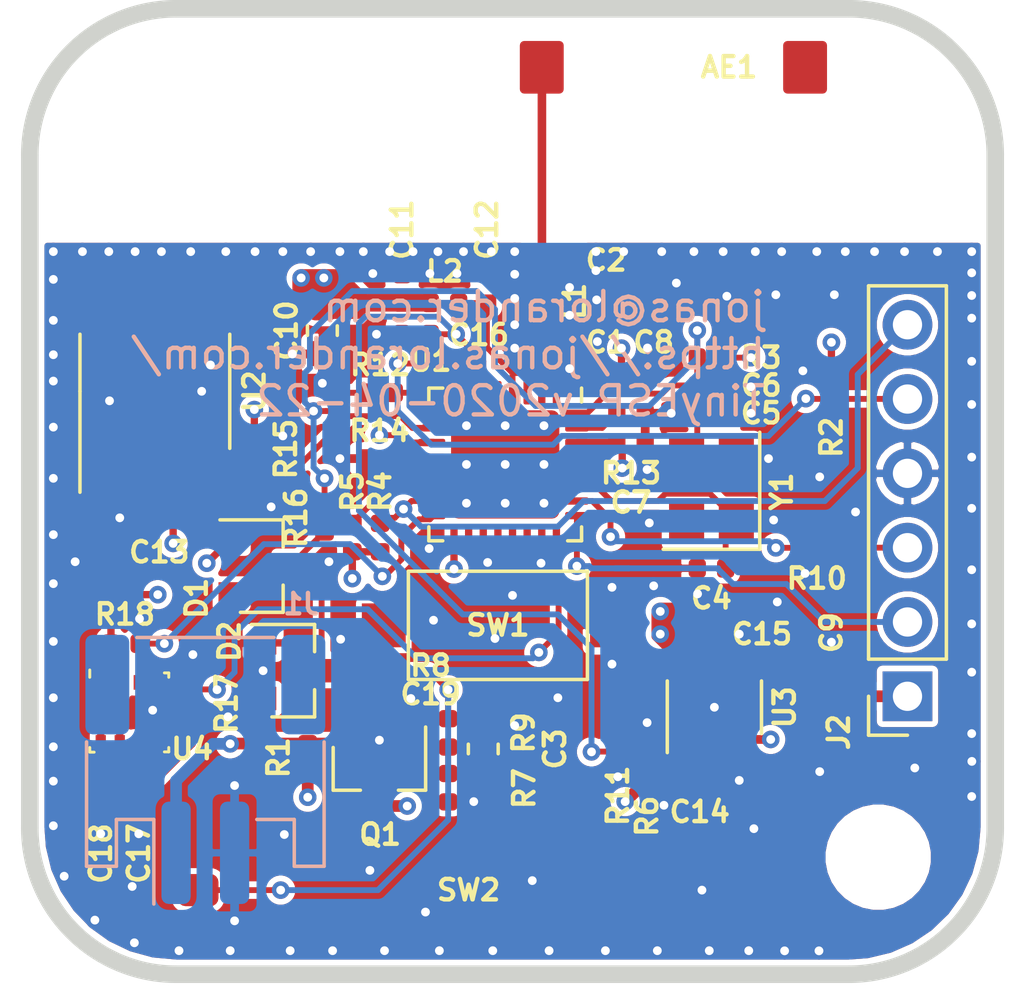
<source format=kicad_pcb>
(kicad_pcb (version 20171130) (host pcbnew "(5.1.5)-3")
  (layers (0 F.Cu signal) (1 In1.Cu-GND power) (2 In2.Cu-VDD power) (31 B.Cu signal) (34 B.Paste user) (35 F.Paste user) (36 B.SilkS user) (37 F.SilkS user) (38 B.Mask user) (39 F.Mask user) (44 Edge.Cuts user))
  (net 0 "")
  (net 1 "Net-(AE1-Pad2)")
  (net 2 "Net-(AE1-Pad1)")
  (net 3 GND)
  (net 4 "Net-(C1-Pad1)")
  (net 5 "Net-(C3-Pad1)")
  (net 6 "Net-(C4-Pad1)")
  (net 7 "Net-(C5-Pad1)")
  (net 8 /CHIP_EN)
  (net 9 VDD)
  (net 10 "Net-(C12-Pad1)")
  (net 11 /TXD)
  (net 12 /RXD)
  (net 13 /GPIO0)
  (net 14 "Net-(Q1-Pad1)")
  (net 15 /~ON)
  (net 16 "Net-(R10-Pad2)")
  (net 17 /WAKE)
  (net 18 "Net-(R13-Pad1)")
  (net 19 "Net-(R14-Pad1)")
  (net 20 /ONEWIRE)
  (net 21 "Net-(U1-Pad5)")
  (net 22 "Net-(U1-Pad9)")
  (net 23 "Net-(U1-Pad12)")
  (net 24 "Net-(U1-Pad18)")
  (net 25 "Net-(U1-Pad19)")
  (net 26 "Net-(U1-Pad20)")
  (net 27 "Net-(U1-Pad21)")
  (net 28 "Net-(U1-Pad22)")
  (net 29 "Net-(U1-Pad23)")
  (net 30 "Net-(U2-Pad1)")
  (net 31 "Net-(U2-Pad2)")
  (net 32 "Net-(U2-Pad6)")
  (net 33 "Net-(U2-Pad7)")
  (net 34 "Net-(U2-Pad8)")
  (net 35 /~RESET)
  (net 36 "Net-(J1-Pad1)")
  (net 37 +VDC)
  (net 38 "Net-(U3-Pad4)")
  (net 39 /ADC)
  (net 40 "Net-(D1-Pad2)")
  (net 41 /I2C_SDA)
  (net 42 /I2C_SCL)
  (module Diode_SMD:D_SOT-23_ANK (layer F.Cu) (at 74.975 51.625)
    (fp_text reference D2 (at -2.15 -1 90) (layer F.SilkS) (effects (font (size 0.7 0.7))))
    (fp_text value BZX84C3V6)
    (pad 1 smd rect (at 1 0) (size 0.9 0.8) (layers F.Cu F.Paste F.Mask) (net 15 /~ON))
    (pad "" smd rect (at -1 0.95) (size 0.9 0.8) (layers F.Cu F.Paste F.Mask))
    (pad 2 smd rect (at -1 -0.95) (size 0.9 0.8) (layers F.Cu F.Paste F.Mask) (net 3 GND))
  )
  (module Resistor_SMD:R_0402_1005Metric (layer F.Cu) (at 77.625 51.625)
    (fp_text reference R8 (at 2.075 -0.175) (layer F.SilkS) (effects (font (size 0.7 0.7))))
    (fp_text value 220R)
    (pad 2 smd roundrect (at 0.485 0) (size 0.59 0.64) (layers F.Cu F.Paste F.Mask) (net 14 "Net-(Q1-Pad1)"))
    (pad 1 smd roundrect (at -0.485 0) (size 0.59 0.64) (layers F.Cu F.Paste F.Mask) (net 15 /~ON))
  )
  (module Package_TO_SOT_SMD:SOT-23 (layer F.Cu) (at 73.9 48.05)
    (fp_text reference D1 (at -2.2 1.1 90) (layer F.SilkS) (effects (font (size 0.7 0.7))))
    (fp_text value BAT54A)
    (pad 3 smd rect (at 1 0) (size 0.9 0.8) (layers F.Cu F.Paste F.Mask) (net 15 /~ON))
    (pad 2 smd rect (at -1 0.95) (size 0.9 0.8) (layers F.Cu F.Paste F.Mask) (net 40 "Net-(D1-Pad2)"))
    (pad 1 smd rect (at -1 -0.95) (size 0.9 0.8) (layers F.Cu F.Paste F.Mask) (net 9 VDD))
  )
  (module Capacitor_SMD:C_0402_1005Metric (layer F.Cu) (at 77.625 52.575)
    (fp_text reference C19 (at 2.075 -0.15) (layer F.SilkS) (effects (font (size 0.7 0.7))))
    (fp_text value 10n)
    (pad 2 smd roundrect (at 0.485 0) (size 0.59 0.64) (layers F.Cu F.Paste F.Mask) (net 3 GND))
    (pad 1 smd roundrect (at -0.485 0) (size 0.59 0.64) (layers F.Cu F.Paste F.Mask) (net 15 /~ON))
  )
  (module Resistor_SMD:R_0402_1005Metric (layer F.Cu) (at 69.25 50.7)
    (fp_text reference R18 (at 0 -1) (layer F.SilkS) (effects (font (size 0.7 0.7))))
    (fp_text value 4k7)
    (pad 2 smd roundrect (at 0.485 0) (size 0.59 0.64) (layers F.Cu F.Paste F.Mask) (net 41 /I2C_SDA))
    (pad 1 smd roundrect (at -0.485 0) (size 0.59 0.64) (layers F.Cu F.Paste F.Mask) (net 9 VDD))
  )
  (module Resistor_SMD:R_0402_1005Metric (layer F.Cu) (at 71.55 52.75 90)
    (fp_text reference R17 (at 0 1.175 90) (layer F.SilkS) (effects (font (size 0.7 0.7))))
    (fp_text value 4k7)
    (pad 2 smd roundrect (at 0.485 0 90) (size 0.59 0.64) (layers F.Cu F.Paste F.Mask) (net 42 /I2C_SCL))
    (pad 1 smd roundrect (at -0.485 0 90) (size 0.59 0.64) (layers F.Cu F.Paste F.Mask) (net 9 VDD))
  )
  (module Capacitor_SMD:C_0402_1005Metric (layer F.Cu) (at 68.425 55.825 270)
    (fp_text reference C18 (at 2.05 0 90) (layer F.SilkS) (effects (font (size 0.7 0.7))))
    (fp_text value 100n)
    (pad 2 smd roundrect (at 0.485 0 270) (size 0.59 0.64) (layers F.Cu F.Paste F.Mask) (net 3 GND))
    (pad 1 smd roundrect (at -0.485 0 270) (size 0.59 0.64) (layers F.Cu F.Paste F.Mask) (net 9 VDD))
  )
  (module Package_LGA:Bosch_LGA-8_2.5x2.5mm_P0.65mm_ClockwisePinNumbering (layer F.Cu) (at 69.4 53.05)
    (fp_text reference U4 (at 2.15 1.25) (layer F.SilkS) (effects (font (size 0.7 0.7))))
    (fp_text value BME280)
    (pad 5 smd rect (at 0.975 1.025 90) (size 0.5 0.35) (layers F.Cu F.Paste F.Mask) (net 3 GND))
    (pad 6 smd rect (at 0.325 1.025 90) (size 0.5 0.35) (layers F.Cu F.Paste F.Mask) (net 9 VDD))
    (pad 7 smd rect (at -0.325 1.025 90) (size 0.5 0.35) (layers F.Cu F.Paste F.Mask) (net 3 GND))
    (pad 8 smd rect (at -0.975 1.025 90) (size 0.5 0.35) (layers F.Cu F.Paste F.Mask) (net 9 VDD))
    (pad 1 smd rect (at -0.975 -1.025 90) (size 0.5 0.35) (layers F.Cu F.Paste F.Mask) (net 3 GND))
    (pad 2 smd rect (at -0.325 -1.025 90) (size 0.5 0.35) (layers F.Cu F.Paste F.Mask) (net 9 VDD))
    (pad 3 smd rect (at 0.325 -1.025 90) (size 0.5 0.35) (layers F.Cu F.Paste F.Mask) (net 41 /I2C_SDA))
    (pad 4 smd rect (at 0.975 -1.025 90) (size 0.5 0.35) (layers F.Cu F.Paste F.Mask) (net 42 /I2C_SCL))
  )
  (module Resistor_SMD:R_0402_1005Metric (layer F.Cu) (at 76.075 46.4 270)
    (fp_text reference R16 (at 0 0.975 90) (layer F.SilkS) (effects (font (size 0.7 0.7))))
    (fp_text value 220R)
    (pad 2 smd roundrect (at 0.485 0 270) (size 0.59 0.64) (layers F.Cu F.Paste F.Mask) (net 15 /~ON))
    (pad 1 smd roundrect (at -0.485 0 270) (size 0.59 0.64) (layers F.Cu F.Paste F.Mask) (net 35 /~RESET))
  )
  (module Capacitor_SMD:C_0402_1005Metric (layer F.Cu) (at 69.725 55.825 270)
    (fp_text reference C17 (at 2.05 0 90) (layer F.SilkS) (effects (font (size 0.7 0.7))))
    (fp_text value 100n)
    (pad 2 smd roundrect (at 0.485 0 270) (size 0.59 0.64) (layers F.Cu F.Paste F.Mask) (net 3 GND))
    (pad 1 smd roundrect (at -0.485 0 270) (size 0.59 0.64) (layers F.Cu F.Paste F.Mask) (net 9 VDD))
  )
  (module Capacitor_SMD:C_0402_1005Metric (layer F.Cu) (at 79.2 40.125 180)
    (fp_text reference C16 (at -2.15 -0.025) (layer F.SilkS) (effects (font (size 0.7 0.7))))
    (fp_text value 100n)
    (pad 2 smd roundrect (at 0.485 0 180) (size 0.59 0.64) (layers F.Cu F.Paste F.Mask) (net 3 GND))
    (pad 1 smd roundrect (at -0.485 0 180) (size 0.59 0.64) (layers F.Cu F.Paste F.Mask) (net 39 /ADC))
  )
  (module Resistor_SMD:R_0402_1005Metric (layer F.Cu) (at 86.1 53.9 90)
    (fp_text reference R11 (at -2 0 90) (layer F.SilkS) (effects (font (size 0.7 0.7))))
    (fp_text value 33k)
    (pad 2 smd roundrect (at 0.485 0 90) (size 0.59 0.64) (layers F.Cu F.Paste F.Mask) (net 3 GND))
    (pad 1 smd roundrect (at -0.485 0 90) (size 0.59 0.64) (layers F.Cu F.Paste F.Mask) (net 39 /ADC))
  )
  (module Capacitor_SMD:C_0402_1005Metric (layer F.Cu) (at 86.55 43.85)
    (fp_text reference C7 (at 0 2.025) (layer F.SilkS) (effects (font (size 0.7 0.7))))
    (fp_text value 1u)
    (pad 1 smd roundrect (at -0.485 0) (size 0.59 0.64) (layers F.Cu F.Paste F.Mask) (net 9 VDD))
    (pad 2 smd roundrect (at 0.485 0) (size 0.59 0.64) (layers F.Cu F.Paste F.Mask) (net 3 GND))
  )
  (module jonaslorander:JOHANSON_2450AT45A100 (layer F.Cu) (at 88 31)
    (fp_text reference AE1 (at 1.9 0) (layer F.SilkS) (effects (font (size 0.7 0.7))))
    (fp_text value Antenna_Chip)
    (pad 2 smd roundrect (at 4.5 0) (size 1.5 1.8) (layers F.Cu F.Paste F.Mask) (roundrect_rratio 0.1) (net 1 "Net-(AE1-Pad2)"))
    (pad 1 smd roundrect (at -4.5 0) (size 1.5 1.8) (layers F.Cu F.Paste F.Mask) (roundrect_rratio 0.1) (net 2 "Net-(AE1-Pad1)"))
  )
  (module Capacitor_SMD:C_0402_1005Metric (layer F.Cu) (at 83.99 40.4)
    (fp_text reference C1 (at 1.71 0) (layer F.SilkS) (effects (font (size 0.7 0.7))))
    (fp_text value 4.7p)
    (pad 2 smd roundrect (at 0.485 0) (size 0.59 0.64) (layers F.Cu F.Paste F.Mask) (net 3 GND))
    (pad 1 smd roundrect (at -0.485 0) (size 0.59 0.64) (layers F.Cu F.Paste F.Mask) (net 4 "Net-(C1-Pad1)"))
  )
  (module Capacitor_SMD:C_0402_1005Metric (layer F.Cu) (at 83.99 37.6)
    (fp_text reference C2 (at 1.71 0) (layer F.SilkS) (effects (font (size 0.7 0.7))))
    (fp_text value 3.9p)
    (pad 1 smd roundrect (at -0.485 0) (size 0.59 0.64) (layers F.Cu F.Paste F.Mask) (net 2 "Net-(AE1-Pad1)"))
    (pad 2 smd roundrect (at 0.485 0) (size 0.59 0.64) (layers F.Cu F.Paste F.Mask) (net 3 GND))
  )
  (module Capacitor_SMD:C_0603_1608Metric (layer F.Cu) (at 81.5 54.3 90)
    (fp_text reference C3 (at 0 2.45 90) (layer F.SilkS) (effects (font (size 0.7 0.7))))
    (fp_text value 10u)
    (pad 2 smd roundrect (at 0.7875 0 90) (size 0.875 0.95) (layers F.Cu F.Paste F.Mask) (net 3 GND))
    (pad 1 smd roundrect (at -0.7875 0 90) (size 0.875 0.95) (layers F.Cu F.Paste F.Mask) (net 5 "Net-(C3-Pad1)"))
  )
  (module Capacitor_SMD:C_0402_1005Metric (layer F.Cu) (at 89.3 48.125 180)
    (fp_text reference C4 (at 0 -1.025) (layer F.SilkS) (effects (font (size 0.7 0.7))))
    (fp_text value 10p)
    (pad 1 smd roundrect (at -0.485 0 180) (size 0.59 0.64) (layers F.Cu F.Paste F.Mask) (net 6 "Net-(C4-Pad1)"))
    (pad 2 smd roundrect (at 0.485 0 180) (size 0.59 0.64) (layers F.Cu F.Paste F.Mask) (net 3 GND))
  )
  (module Capacitor_SMD:C_0402_1005Metric (layer F.Cu) (at 89.3 42.825)
    (fp_text reference C5 (at 1.7 0) (layer F.SilkS) (effects (font (size 0.7 0.7))))
    (fp_text value 10p)
    (pad 2 smd roundrect (at 0.485 0) (size 0.59 0.64) (layers F.Cu F.Paste F.Mask) (net 3 GND))
    (pad 1 smd roundrect (at -0.485 0) (size 0.59 0.64) (layers F.Cu F.Paste F.Mask) (net 7 "Net-(C5-Pad1)"))
  )
  (module Capacitor_SMD:C_0402_1005Metric (layer F.Cu) (at 89.3 41.875)
    (fp_text reference C6 (at 1.7 0) (layer F.SilkS) (effects (font (size 0.7 0.7))))
    (fp_text value 100n)
    (pad 2 smd roundrect (at 0.485 0) (size 0.59 0.64) (layers F.Cu F.Paste F.Mask) (net 3 GND))
    (pad 1 smd roundrect (at -0.485 0) (size 0.59 0.64) (layers F.Cu F.Paste F.Mask) (net 35 /~RESET))
  )
  (module Capacitor_SMD:C_0402_1005Metric (layer F.Cu) (at 86.625 41.475)
    (fp_text reference C8 (at 0.7 -1.075) (layer F.SilkS) (effects (font (size 0.7 0.7))))
    (fp_text value 100n)
    (pad 1 smd roundrect (at -0.485 0) (size 0.59 0.64) (layers F.Cu F.Paste F.Mask) (net 9 VDD))
    (pad 2 smd roundrect (at 0.485 0) (size 0.59 0.64) (layers F.Cu F.Paste F.Mask) (net 3 GND))
  )
  (module Capacitor_SMD:C_0402_1005Metric (layer F.Cu) (at 93.4 52 90)
    (fp_text reference C9 (at 1.675 0 90) (layer F.SilkS) (effects (font (size 0.7 0.7))))
    (fp_text value 100n)
    (pad 1 smd roundrect (at -0.485 0 90) (size 0.59 0.64) (layers F.Cu F.Paste F.Mask) (net 37 +VDC))
    (pad 2 smd roundrect (at 0.485 0 90) (size 0.59 0.64) (layers F.Cu F.Paste F.Mask) (net 3 GND))
  )
  (module Capacitor_SMD:C_0402_1005Metric (layer F.Cu) (at 78.725 38.575 90)
    (fp_text reference C11 (at 2.025 0 90) (layer F.SilkS) (effects (font (size 0.7 0.7))))
    (fp_text value 100n)
    (pad 1 smd roundrect (at -0.485 0 90) (size 0.59 0.64) (layers F.Cu F.Paste F.Mask) (net 9 VDD))
    (pad 2 smd roundrect (at 0.485 0 90) (size 0.59 0.64) (layers F.Cu F.Paste F.Mask) (net 3 GND))
  )
  (module Capacitor_SMD:C_0402_1005Metric (layer F.Cu) (at 81.625 38.575 90)
    (fp_text reference C12 (at 2.025 0 90) (layer F.SilkS) (effects (font (size 0.7 0.7))))
    (fp_text value 100n)
    (pad 2 smd roundrect (at 0.485 0 90) (size 0.59 0.64) (layers F.Cu F.Paste F.Mask) (net 3 GND))
    (pad 1 smd roundrect (at -0.485 0 90) (size 0.59 0.64) (layers F.Cu F.Paste F.Mask) (net 10 "Net-(C12-Pad1)"))
  )
  (module Capacitor_SMD:C_0402_1005Metric (layer F.Cu) (at 70.425 46.4 180)
    (fp_text reference C13 (at 0 -1.175) (layer F.SilkS) (effects (font (size 0.7 0.7))))
    (fp_text value 100n)
    (pad 2 smd roundrect (at 0.485 0 180) (size 0.59 0.64) (layers F.Cu F.Paste F.Mask) (net 3 GND))
    (pad 1 smd roundrect (at -0.485 0 180) (size 0.59 0.64) (layers F.Cu F.Paste F.Mask) (net 9 VDD))
  )
  (module Connector_JST:JST_PH_S2B-PH-SM4-TB_1x02-1MP_P2.00mm_Horizontal (layer B.Cu) (at 72 55)
    (fp_text reference J1 (at 3.275 -5.65) (layer B.SilkS) (effects (font (size 0.7 0.7)) (justify mirror)))
    (fp_text value Conn_01x02)
    (pad 1 smd roundrect (at -1 2.85) (size 1 3.5) (layers B.Cu B.Paste B.Mask) (net 36 "Net-(J1-Pad1)"))
    (pad 2 smd roundrect (at 1 2.85) (size 1 3.5) (layers B.Cu B.Paste B.Mask) (net 3 GND))
    (pad MP smd roundrect (at -3.35 -2.9) (size 1.5 3.4) (layers B.Cu B.Paste B.Mask) (roundrect_rratio 0.166667))
    (pad MP smd roundrect (at 3.35 -2.9) (size 1.5 3.4) (layers B.Cu B.Paste B.Mask) (roundrect_rratio 0.166667))
  )
  (module Inductor_SMD:L_0402_1005Metric (layer F.Cu) (at 83.51 39 90)
    (fp_text reference L1 (at 0 1.115 90) (layer F.SilkS) (effects (font (size 0.7 0.7))))
    (fp_text value 1.8n)
    (pad 2 smd roundrect (at 0.485 0 90) (size 0.59 0.64) (layers F.Cu F.Paste F.Mask) (net 2 "Net-(AE1-Pad1)"))
    (pad 1 smd roundrect (at -0.485 0 90) (size 0.59 0.64) (layers F.Cu F.Paste F.Mask) (net 4 "Net-(C1-Pad1)"))
  )
  (module Inductor_SMD:L_0402_1005Metric (layer F.Cu) (at 80.175 39.05)
    (fp_text reference L2 (at 0 -1.075) (layer F.SilkS) (effects (font (size 0.7 0.7))))
    (fp_text value 0R)
    (pad 1 smd roundrect (at -0.485 0) (size 0.59 0.64) (layers F.Cu F.Paste F.Mask) (net 9 VDD))
    (pad 2 smd roundrect (at 0.485 0) (size 0.59 0.64) (layers F.Cu F.Paste F.Mask) (net 10 "Net-(C12-Pad1)"))
  )
  (module Package_TO_SOT_SMD:SOT-23 (layer F.Cu) (at 77.95 54.95 270)
    (fp_text reference Q1 (at 2.275 -0.025 180) (layer F.SilkS) (effects (font (size 0.7 0.7))))
    (fp_text value SSM3J328R)
    (pad 1 smd rect (at -1 -0.95 270) (size 0.9 0.8) (layers F.Cu F.Paste F.Mask) (net 14 "Net-(Q1-Pad1)"))
    (pad 2 smd rect (at -1 0.95 270) (size 0.9 0.8) (layers F.Cu F.Paste F.Mask) (net 36 "Net-(J1-Pad1)"))
    (pad 3 smd rect (at 1 0 270) (size 0.9 0.8) (layers F.Cu F.Paste F.Mask) (net 37 +VDC))
  )
  (module Resistor_SMD:R_0402_1005Metric (layer F.Cu) (at 75.5 54.6 90)
    (fp_text reference R1 (at 0 -1 90) (layer F.SilkS) (effects (font (size 0.7 0.7))))
    (fp_text value 0R)
    (pad 2 smd roundrect (at 0.485 0 90) (size 0.59 0.64) (layers F.Cu F.Paste F.Mask) (net 36 "Net-(J1-Pad1)"))
    (pad 1 smd roundrect (at -0.485 0 90) (size 0.59 0.64) (layers F.Cu F.Paste F.Mask) (net 37 +VDC))
  )
  (module Resistor_SMD:R_0402_1005Metric (layer F.Cu) (at 93.4 41.85 270)
    (fp_text reference R2 (at 1.8 0 90) (layer F.SilkS) (effects (font (size 0.7 0.7))))
    (fp_text value 10k)
    (pad 2 smd roundrect (at 0.485 0 270) (size 0.59 0.64) (layers F.Cu F.Paste F.Mask) (net 8 /CHIP_EN))
    (pad 1 smd roundrect (at -0.485 0 270) (size 0.59 0.64) (layers F.Cu F.Paste F.Mask) (net 9 VDD))
  )
  (module Resistor_SMD:R_0402_1005Metric (layer F.Cu) (at 89.3 40.925 180)
    (fp_text reference R3 (at -1.7 0) (layer F.SilkS) (effects (font (size 0.7 0.7))))
    (fp_text value 10k)
    (pad 2 smd roundrect (at 0.485 0 180) (size 0.59 0.64) (layers F.Cu F.Paste F.Mask) (net 35 /~RESET))
    (pad 1 smd roundrect (at -0.485 0 180) (size 0.59 0.64) (layers F.Cu F.Paste F.Mask) (net 9 VDD))
  )
  (module Resistor_SMD:R_0402_1005Metric (layer F.Cu) (at 77.975 47.075 90)
    (fp_text reference R4 (at 1.575 0 90) (layer F.SilkS) (effects (font (size 0.7 0.7))))
    (fp_text value 10k)
    (pad 1 smd roundrect (at -0.485 0 90) (size 0.59 0.64) (layers F.Cu F.Paste F.Mask) (net 9 VDD))
    (pad 2 smd roundrect (at 0.485 0 90) (size 0.59 0.64) (layers F.Cu F.Paste F.Mask) (net 13 /GPIO0))
  )
  (module Resistor_SMD:R_0402_1005Metric (layer F.Cu) (at 77.025 47.075 90)
    (fp_text reference R5 (at 1.575 0 90) (layer F.SilkS) (effects (font (size 0.7 0.7))))
    (fp_text value 10k)
    (pad 1 smd roundrect (at -0.485 0 90) (size 0.59 0.64) (layers F.Cu F.Paste F.Mask) (net 9 VDD))
    (pad 2 smd roundrect (at 0.485 0 90) (size 0.59 0.64) (layers F.Cu F.Paste F.Mask) (net 15 /~ON))
  )
  (module Resistor_SMD:R_0402_1005Metric (layer F.Cu) (at 87.1 54.875 90)
    (fp_text reference R6 (at -1.725 0 90) (layer F.SilkS) (effects (font (size 0.7 0.7))))
    (fp_text value 100k)
    (pad 1 smd roundrect (at -0.485 0 90) (size 0.59 0.64) (layers F.Cu F.Paste F.Mask) (net 37 +VDC))
    (pad 2 smd roundrect (at 0.485 0 90) (size 0.59 0.64) (layers F.Cu F.Paste F.Mask) (net 39 /ADC))
  )
  (module Resistor_SMD:R_0402_1005Metric (layer F.Cu) (at 80.3 55.625 90)
    (fp_text reference R7 (at -0.025 2.6 90) (layer F.SilkS) (effects (font (size 0.7 0.7))))
    (fp_text value 100k)
    (pad 1 smd roundrect (at -0.485 0 90) (size 0.59 0.64) (layers F.Cu F.Paste F.Mask) (net 36 "Net-(J1-Pad1)"))
    (pad 2 smd roundrect (at 0.485 0 90) (size 0.59 0.64) (layers F.Cu F.Paste F.Mask) (net 5 "Net-(C3-Pad1)"))
  )
  (module Resistor_SMD:R_0402_1005Metric (layer F.Cu) (at 80.3 53.75 270)
    (fp_text reference R9 (at 0 -2.575 90) (layer F.SilkS) (effects (font (size 0.7 0.7))))
    (fp_text value 220R)
    (pad 2 smd roundrect (at 0.485 0 270) (size 0.59 0.64) (layers F.Cu F.Paste F.Mask) (net 5 "Net-(C3-Pad1)"))
    (pad 1 smd roundrect (at -0.485 0 270) (size 0.59 0.64) (layers F.Cu F.Paste F.Mask) (net 14 "Net-(Q1-Pad1)"))
  )
  (module Resistor_SMD:R_0402_1005Metric (layer F.Cu) (at 92.9 47.425 180)
    (fp_text reference R10 (at 0 -1.05) (layer F.SilkS) (effects (font (size 0.7 0.7))))
    (fp_text value 499R)
    (pad 1 smd roundrect (at -0.485 0 180) (size 0.59 0.64) (layers F.Cu F.Paste F.Mask) (net 11 /TXD))
    (pad 2 smd roundrect (at 0.485 0 180) (size 0.59 0.64) (layers F.Cu F.Paste F.Mask) (net 16 "Net-(R10-Pad2)"))
  )
  (module Resistor_SMD:R_0402_1005Metric (layer F.Cu) (at 77.975 42.125)
    (fp_text reference R12 (at 0 -0.95) (layer F.SilkS) (effects (font (size 0.7 0.7))))
    (fp_text value 220R)
    (pad 2 smd roundrect (at 0.485 0) (size 0.59 0.64) (layers F.Cu F.Paste F.Mask) (net 17 /WAKE))
    (pad 1 smd roundrect (at -0.485 0) (size 0.59 0.64) (layers F.Cu F.Paste F.Mask) (net 35 /~RESET))
  )
  (module Resistor_SMD:R_0402_1005Metric (layer F.Cu) (at 86.55 42.825)
    (fp_text reference R13 (at 0 2.05) (layer F.SilkS) (effects (font (size 0.7 0.7))))
    (fp_text value 12k)
    (pad 1 smd roundrect (at -0.485 0) (size 0.59 0.64) (layers F.Cu F.Paste F.Mask) (net 18 "Net-(R13-Pad1)"))
    (pad 2 smd roundrect (at 0.485 0) (size 0.59 0.64) (layers F.Cu F.Paste F.Mask) (net 3 GND))
  )
  (module Resistor_SMD:R_0402_1005Metric (layer F.Cu) (at 77.95 44.375 180)
    (fp_text reference R14 (at 0 0.95) (layer F.SilkS) (effects (font (size 0.7 0.7))))
    (fp_text value 10k)
    (pad 2 smd roundrect (at 0.485 0 180) (size 0.59 0.64) (layers F.Cu F.Paste F.Mask) (net 3 GND))
    (pad 1 smd roundrect (at -0.485 0 180) (size 0.59 0.64) (layers F.Cu F.Paste F.Mask) (net 19 "Net-(R14-Pad1)"))
  )
  (module Resistor_SMD:R_0402_1005Metric (layer F.Cu) (at 73.675 44.05 270)
    (fp_text reference R15 (at 0 -1.075 90) (layer F.SilkS) (effects (font (size 0.7 0.7))))
    (fp_text value 4k7)
    (pad 1 smd roundrect (at -0.485 0 270) (size 0.59 0.64) (layers F.Cu F.Paste F.Mask) (net 9 VDD))
    (pad 2 smd roundrect (at 0.485 0 270) (size 0.59 0.64) (layers F.Cu F.Paste F.Mask) (net 20 /ONEWIRE))
  )
  (module Button_Switch_SMD:SW_SPST_CK_RS282G05A3 (layer F.Cu) (at 82 50.075 180)
    (fp_text reference SW1 (at 0 0) (layer F.SilkS) (effects (font (size 0.7 0.7))))
    (fp_text value RS282G05A3SMRT)
    (pad 1 smd rect (at -3.9 0 180) (size 1.5 1.5) (layers F.Cu F.Paste F.Mask) (net 3 GND))
    (pad 2 smd rect (at 3.9 0 180) (size 1.5 1.5) (layers F.Cu F.Paste F.Mask) (net 14 "Net-(Q1-Pad1)"))
  )
  (module jonaslorander:STANDEX_MK15 (layer F.Cu) (at 81 59.125)
    (fp_text reference SW2 (at 0 0) (layer F.SilkS) (effects (font (size 0.7 0.7))))
    (fp_text value MK15-B-2-OE)
    (pad 1 smd roundrect (at -9.25 0) (size 1.4 1.1) (layers F.Cu F.Paste F.Mask) (net 14 "Net-(Q1-Pad1)"))
    (pad 2 smd roundrect (at 9.25 0) (size 1.4 1.1) (layers F.Cu F.Paste F.Mask) (net 3 GND))
  )
  (module Package_DFN_QFN:QFN-32-1EP_5x5mm_P0.5mm_EP3.7x3.7mm (layer F.Cu) (at 82.25 44.575 270)
    (fp_text reference U1 (at -3.55 2.55 180) (layer F.SilkS) (effects (font (size 0.7 0.7))))
    (fp_text value ESP8285)
    (pad 33 smd roundrect (at 0 0 270) (size 3.7 3.7) (layers F.Cu F.Mask) (roundrect_rratio 0.067568) (net 3 GND))
    (pad 1 smd roundrect (at -2.45 -1.75 270) (size 0.8 0.25) (layers F.Cu F.Paste F.Mask) (net 9 VDD))
    (pad 2 smd roundrect (at -2.45 -1.25 270) (size 0.8 0.25) (layers F.Cu F.Paste F.Mask) (net 4 "Net-(C1-Pad1)"))
    (pad 3 smd roundrect (at -2.45 -0.75 270) (size 0.8 0.25) (layers F.Cu F.Paste F.Mask) (net 10 "Net-(C12-Pad1)"))
    (pad 4 smd roundrect (at -2.45 -0.25 270) (size 0.8 0.25) (layers F.Cu F.Paste F.Mask) (net 10 "Net-(C12-Pad1)"))
    (pad 5 smd roundrect (at -2.45 0.25 270) (size 0.8 0.25) (layers F.Cu F.Paste F.Mask) (net 21 "Net-(U1-Pad5)"))
    (pad 6 smd roundrect (at -2.45 0.75 270) (size 0.8 0.25) (layers F.Cu F.Paste F.Mask) (net 39 /ADC))
    (pad 7 smd roundrect (at -2.45 1.25 270) (size 0.8 0.25) (layers F.Cu F.Paste F.Mask) (net 8 /CHIP_EN))
    (pad 8 smd roundrect (at -2.45 1.75 270) (size 0.8 0.25) (layers F.Cu F.Paste F.Mask) (net 17 /WAKE))
    (pad 9 smd roundrect (at -1.75 2.45 270) (size 0.25 0.8) (layers F.Cu F.Paste F.Mask) (net 22 "Net-(U1-Pad9)"))
    (pad 10 smd roundrect (at -1.25 2.45 270) (size 0.25 0.8) (layers F.Cu F.Paste F.Mask) (net 20 /ONEWIRE))
    (pad 11 smd roundrect (at -0.75 2.45 270) (size 0.25 0.8) (layers F.Cu F.Paste F.Mask) (net 9 VDD))
    (pad 12 smd roundrect (at -0.25 2.45 270) (size 0.25 0.8) (layers F.Cu F.Paste F.Mask) (net 23 "Net-(U1-Pad12)"))
    (pad 13 smd roundrect (at 0.25 2.45 270) (size 0.25 0.8) (layers F.Cu F.Paste F.Mask) (net 19 "Net-(R14-Pad1)"))
    (pad 14 smd roundrect (at 0.75 2.45 270) (size 0.25 0.8) (layers F.Cu F.Paste F.Mask) (net 15 /~ON))
    (pad 15 smd roundrect (at 1.25 2.45 270) (size 0.25 0.8) (layers F.Cu F.Paste F.Mask) (net 13 /GPIO0))
    (pad 16 smd roundrect (at 1.75 2.45 270) (size 0.25 0.8) (layers F.Cu F.Paste F.Mask) (net 41 /I2C_SDA))
    (pad 17 smd roundrect (at 2.45 1.75 270) (size 0.8 0.25) (layers F.Cu F.Paste F.Mask) (net 9 VDD))
    (pad 18 smd roundrect (at 2.45 1.25 270) (size 0.8 0.25) (layers F.Cu F.Paste F.Mask) (net 24 "Net-(U1-Pad18)"))
    (pad 19 smd roundrect (at 2.45 0.75 270) (size 0.8 0.25) (layers F.Cu F.Paste F.Mask) (net 25 "Net-(U1-Pad19)"))
    (pad 20 smd roundrect (at 2.45 0.25 270) (size 0.8 0.25) (layers F.Cu F.Paste F.Mask) (net 26 "Net-(U1-Pad20)"))
    (pad 21 smd roundrect (at 2.45 -0.25 270) (size 0.8 0.25) (layers F.Cu F.Paste F.Mask) (net 27 "Net-(U1-Pad21)"))
    (pad 22 smd roundrect (at 2.45 -0.75 270) (size 0.8 0.25) (layers F.Cu F.Paste F.Mask) (net 28 "Net-(U1-Pad22)"))
    (pad 23 smd roundrect (at 2.45 -1.25 270) (size 0.8 0.25) (layers F.Cu F.Paste F.Mask) (net 29 "Net-(U1-Pad23)"))
    (pad 24 smd roundrect (at 2.45 -1.75 270) (size 0.8 0.25) (layers F.Cu F.Paste F.Mask) (net 42 /I2C_SCL))
    (pad 25 smd roundrect (at 1.75 -2.45 270) (size 0.25 0.8) (layers F.Cu F.Paste F.Mask) (net 12 /RXD))
    (pad 26 smd roundrect (at 1.25 -2.45 270) (size 0.25 0.8) (layers F.Cu F.Paste F.Mask) (net 16 "Net-(R10-Pad2)"))
    (pad 27 smd roundrect (at 0.75 -2.45 270) (size 0.25 0.8) (layers F.Cu F.Paste F.Mask) (net 6 "Net-(C4-Pad1)"))
    (pad 28 smd roundrect (at 0.25 -2.45 270) (size 0.25 0.8) (layers F.Cu F.Paste F.Mask) (net 7 "Net-(C5-Pad1)"))
    (pad 29 smd roundrect (at -0.25 -2.45 270) (size 0.25 0.8) (layers F.Cu F.Paste F.Mask) (net 9 VDD))
    (pad 30 smd roundrect (at -0.75 -2.45 270) (size 0.25 0.8) (layers F.Cu F.Paste F.Mask) (net 9 VDD))
    (pad 31 smd roundrect (at -1.25 -2.45 270) (size 0.25 0.8) (layers F.Cu F.Paste F.Mask) (net 18 "Net-(R13-Pad1)"))
    (pad 32 smd roundrect (at -1.75 -2.45 270) (size 0.25 0.8) (layers F.Cu F.Paste F.Mask) (net 35 /~RESET))
  )
  (module Package_SO:SOIC-8_3.9x4.9mm_P1.27mm (layer F.Cu) (at 70.275 42.075 90)
    (fp_text reference U2 (at 0 3.4 270) (layer F.SilkS) (effects (font (size 0.7 0.7))))
    (fp_text value DS18B20Z)
    (pad 1 smd roundrect (at -2.475 -1.905 90) (size 1.95 0.6) (layers F.Cu F.Paste F.Mask) (net 30 "Net-(U2-Pad1)"))
    (pad 2 smd roundrect (at -2.475 -0.635 90) (size 1.95 0.6) (layers F.Cu F.Paste F.Mask) (net 31 "Net-(U2-Pad2)"))
    (pad 3 smd roundrect (at -2.475 0.635 90) (size 1.95 0.6) (layers F.Cu F.Paste F.Mask) (net 9 VDD))
    (pad 4 smd roundrect (at -2.475 1.905 90) (size 1.95 0.6) (layers F.Cu F.Paste F.Mask) (net 20 /ONEWIRE))
    (pad 5 smd roundrect (at 2.475 1.905 90) (size 1.95 0.6) (layers F.Cu F.Paste F.Mask) (net 3 GND))
    (pad 6 smd roundrect (at 2.475 0.635 90) (size 1.95 0.6) (layers F.Cu F.Paste F.Mask) (net 32 "Net-(U2-Pad6)"))
    (pad 7 smd roundrect (at 2.475 -0.635 90) (size 1.95 0.6) (layers F.Cu F.Paste F.Mask) (net 33 "Net-(U2-Pad7)"))
    (pad 8 smd roundrect (at 2.475 -1.905 90) (size 1.95 0.6) (layers F.Cu F.Paste F.Mask) (net 34 "Net-(U2-Pad8)"))
  )
  (module Crystal:Crystal_SMD_3225-4Pin_3.2x2.5mm (layer F.Cu) (at 89.3 45.475 90)
    (fp_text reference Y1 (at -0.025 2.4 90) (layer F.SilkS) (effects (font (size 0.7 0.7))))
    (fp_text value 26MHz)
    (pad 1 smd rect (at -1.1 0.85 90) (size 1.4 1.2) (layers F.Cu F.Paste F.Mask) (net 6 "Net-(C4-Pad1)"))
    (pad 2 smd rect (at 1.1 0.85 90) (size 1.4 1.2) (layers F.Cu F.Paste F.Mask) (net 3 GND))
    (pad 3 smd rect (at 1.1 -0.85 90) (size 1.4 1.2) (layers F.Cu F.Paste F.Mask) (net 7 "Net-(C5-Pad1)"))
    (pad 4 smd rect (at -1.1 -0.85 90) (size 1.4 1.2) (layers F.Cu F.Paste F.Mask) (net 3 GND))
  )
  (module MountingHole:MountingHole_3.2mm_M3 (layer F.Cu) (at 70 33)
    (fp_text reference H1 hide)
    (fp_text value "3.2 mm" hide)
    (pad 1 np_thru_hole circle (at 0 0) (size 3.2 3.2) (drill 3.2) (layers *.Cu *.Mask))
  )
  (module MountingHole:MountingHole_3.2mm_M3 (layer F.Cu) (at 95 58)
    (fp_text reference H2 hide)
    (fp_text value "3.2 mm" hide)
    (pad 1 np_thru_hole circle (at 0 0) (size 3.2 3.2) (drill 3.2) (layers *.Cu *.Mask))
  )
  (module Capacitor_SMD:C_0402_1005Metric (layer F.Cu) (at 88.9 55.375)
    (fp_text reference C14 (at 0 1.075) (layer F.SilkS) (effects (font (size 0.7 0.7))))
    (fp_text value 1u)
    (pad 2 smd roundrect (at 0.485 0) (size 0.59 0.64) (layers F.Cu F.Paste F.Mask) (net 3 GND))
    (pad 1 smd roundrect (at -0.485 0) (size 0.59 0.64) (layers F.Cu F.Paste F.Mask) (net 37 +VDC))
  )
  (module Capacitor_SMD:C_0402_1005Metric (layer F.Cu) (at 88.9 50.375)
    (fp_text reference C15 (at 2.125 0) (layer F.SilkS) (effects (font (size 0.7 0.7))))
    (fp_text value 1u)
    (pad 1 smd roundrect (at -0.485 0) (size 0.59 0.64) (layers F.Cu F.Paste F.Mask) (net 9 VDD))
    (pad 2 smd roundrect (at 0.485 0) (size 0.59 0.64) (layers F.Cu F.Paste F.Mask) (net 3 GND))
  )
  (module Connector_PinSocket_2.54mm:PinSocket_1x06_P2.54mm_Vertical (layer F.Cu) (at 96 52.5 180)
    (fp_text reference J2 (at 2.35 -1.225 90) (layer F.SilkS) (effects (font (size 0.7 0.7))))
    (fp_text value Conn_01x06)
    (pad 1 thru_hole rect (at 0 0 180) (size 1.7 1.7) (drill 1) (layers *.Cu *.Mask) (net 37 +VDC))
    (pad 2 thru_hole oval (at 0 2.54 180) (size 1.7 1.7) (drill 1) (layers *.Cu *.Mask) (net 12 /RXD))
    (pad 3 thru_hole oval (at 0 5.08 180) (size 1.7 1.7) (drill 1) (layers *.Cu *.Mask) (net 11 /TXD))
    (pad 4 thru_hole oval (at 0 7.62 180) (size 1.7 1.7) (drill 1) (layers *.Cu *.Mask) (net 3 GND))
    (pad 5 thru_hole oval (at 0 10.16 180) (size 1.7 1.7) (drill 1) (layers *.Cu *.Mask) (net 8 /CHIP_EN))
    (pad 6 thru_hole oval (at 0 12.7 180) (size 1.7 1.7) (drill 1) (layers *.Cu *.Mask) (net 13 /GPIO0))
  )
  (module Package_TO_SOT_SMD:SOT-23-5 (layer F.Cu) (at 89.4 52.875 90)
    (fp_text reference U3 (at 0 2.4 90) (layer F.SilkS) (effects (font (size 0.7 0.7))))
    (fp_text value AP2112K-3.3)
    (pad 1 smd rect (at -1.1 -0.95 90) (size 1.06 0.65) (layers F.Cu F.Paste F.Mask) (net 37 +VDC))
    (pad 2 smd rect (at -1.1 0 90) (size 1.06 0.65) (layers F.Cu F.Paste F.Mask) (net 3 GND))
    (pad 3 smd rect (at -1.1 0.95 90) (size 1.06 0.65) (layers F.Cu F.Paste F.Mask) (net 37 +VDC))
    (pad 4 smd rect (at 1.1 0.95 90) (size 1.06 0.65) (layers F.Cu F.Paste F.Mask) (net 38 "Net-(U3-Pad4)"))
    (pad 5 smd rect (at 1.1 -0.95 90) (size 1.06 0.65) (layers F.Cu F.Paste F.Mask) (net 9 VDD))
  )
  (module Capacitor_SMD:C_0603_1608Metric (layer F.Cu) (at 76 40 270)
    (fp_text reference C10 (at 0 1.225 90) (layer F.SilkS) (effects (font (size 0.7 0.7))))
    (fp_text value 10u)
    (pad 1 smd roundrect (at -0.7875 0 270) (size 0.875 0.95) (layers F.Cu F.Paste F.Mask) (net 9 VDD))
    (pad 2 smd roundrect (at 0.7875 0 270) (size 0.875 0.95) (layers F.Cu F.Paste F.Mask) (net 3 GND))
  )
  (gr_text "jonas@lorander.com\nhttps://jonas.lorander.com/\nTinyESP v2020-04-22" (at 91.225 40.8) (layer B.SilkS) (effects (font (size 1 1)) (justify left mirror)))
  (gr_line (start 99 34) (end 99 57) (layer Edge.Cuts) (width 0.6))
  (gr_line (start 71 29) (end 94 29) (layer Edge.Cuts) (width 0.6))
  (gr_line (start 71 62) (end 94 62) (layer Edge.Cuts) (width 0.6))
  (gr_line (start 66 34) (end 66 57) (layer Edge.Cuts) (width 0.6))
  (gr_arc (start 71 57) (end 66 57) (angle -90) (layer Edge.Cuts) (width 0.6))
  (gr_arc (start 94 57) (end 94 62) (angle -90) (layer Edge.Cuts) (width 0.6))
  (gr_arc (start 94 34) (end 99 34) (angle -90) (layer Edge.Cuts) (width 0.6))
  (gr_arc (start 71 34) (end 71 29) (angle -90) (layer Edge.Cuts) (width 0.6))
  (segment (start 83.51 37.605) (end 83.505 37.6) (width 0.29337) (layer F.Cu) (net 2))
  (segment (start 83.51 38.515) (end 83.51 37.605) (width 0.29337) (layer F.Cu) (net 2))
  (segment (start 83.505 31.005) (end 83.5 31) (width 0.29337) (layer F.Cu) (net 2))
  (segment (start 83.505 37.6) (end 83.505 31.005) (width 0.29337) (layer F.Cu) (net 2))
  (via (at 70.2 52.975) (size 0.6) (drill 0.3) (layers F.Cu B.Cu) (net 3))
  (via (at 87.1 53.4) (size 0.6) (drill 0.3) (layers F.Cu B.Cu) (net 3))
  (via (at 76 41.8) (size 0.6) (drill 0.3) (layers F.Cu B.Cu) (net 3))
  (via (at 74.975 40.8) (size 0.6) (drill 0.3) (layers F.Cu B.Cu) (net 3))
  (via (at 69.075 46.4) (size 0.6) (drill 0.3) (layers F.Cu B.Cu) (net 3))
  (via (at 76.6 44.375) (size 0.6) (drill 0.3) (layers F.Cu B.Cu) (net 3))
  (via (at 80.825 37.3) (size 0.6) (drill 0.3) (layers F.Cu B.Cu) (net 3))
  (via (at 82.575 38.9) (size 0.6) (drill 0.3) (layers F.Cu B.Cu) (net 3))
  (via (at 85.4 40.375) (size 0.6) (drill 0.3) (layers F.Cu B.Cu) (net 3))
  (via (at 85.35 37.95) (size 0.6) (drill 0.3) (layers F.Cu B.Cu) (net 3))
  (via (at 85.35 37.3) (size 0.6) (drill 0.3) (layers F.Cu B.Cu) (net 3))
  (via (at 86.3 37.3) (size 0.6) (drill 0.3) (layers F.Cu B.Cu) (net 3))
  (via (at 87.6 37.3) (size 0.6) (drill 0.3) (layers F.Cu B.Cu) (net 3))
  (via (at 88.7 37.3) (size 0.6) (drill 0.3) (layers F.Cu B.Cu) (net 3))
  (via (at 89.7 37.3) (size 0.6) (drill 0.3) (layers F.Cu B.Cu) (net 3))
  (via (at 90.8 37.3) (size 0.6) (drill 0.3) (layers F.Cu B.Cu) (net 3))
  (via (at 91.7 37.3) (size 0.6) (drill 0.3) (layers F.Cu B.Cu) (net 3))
  (via (at 92.9 37.3) (size 0.6) (drill 0.3) (layers F.Cu B.Cu) (net 3))
  (via (at 93.875 37.3) (size 0.6) (drill 0.3) (layers F.Cu B.Cu) (net 3))
  (via (at 94.875 37.3) (size 0.6) (drill 0.3) (layers F.Cu B.Cu) (net 3))
  (via (at 95.9 37.3) (size 0.6) (drill 0.3) (layers F.Cu B.Cu) (net 3))
  (via (at 97.025 37.3) (size 0.6) (drill 0.3) (layers F.Cu B.Cu) (net 3))
  (via (at 90.65 42.825) (size 0.6) (drill 0.3) (layers F.Cu B.Cu) (net 3))
  (via (at 87.925 42.825) (size 0.6) (drill 0.3) (layers F.Cu B.Cu) (net 3))
  (via (at 91.25 44.375) (size 0.6) (drill 0.3) (layers F.Cu B.Cu) (net 3))
  (via (at 87.175 46.575) (size 0.6) (drill 0.3) (layers F.Cu B.Cu) (net 3))
  (via (at 88.825 49) (size 0.6) (drill 0.3) (layers F.Cu B.Cu) (net 3))
  (via (at 90.25 50.375) (size 0.6) (drill 0.3) (layers F.Cu B.Cu) (net 3))
  (via (at 93.4 50.65) (size 0.6) (drill 0.3) (layers F.Cu B.Cu) (net 3))
  (via (at 88.975 59.125) (size 0.6) (drill 0.3) (layers F.Cu B.Cu) (net 3))
  (via (at 85.9 48.775) (size 0.6) (drill 0.3) (layers F.Cu B.Cu) (net 3))
  (via (at 85.9 51.4) (size 0.6) (drill 0.3) (layers F.Cu B.Cu) (net 3))
  (via (at 89.4 52.875) (size 0.6) (drill 0.3) (layers F.Cu B.Cu) (net 3))
  (via (at 90.25 55.375) (size 0.6) (drill 0.3) (layers F.Cu B.Cu) (net 3))
  (via (at 82.575 53.5) (size 0.6) (drill 0.3) (layers F.Cu B.Cu) (net 3))
  (via (at 81.775 37.3) (size 0.6) (drill 0.3) (layers F.Cu B.Cu) (net 3))
  (via (at 82.575 37.3) (size 0.6) (drill 0.3) (layers F.Cu B.Cu) (net 3))
  (via (at 82.575 38.075) (size 0.6) (drill 0.3) (layers F.Cu B.Cu) (net 3))
  (via (at 73 55.55) (size 0.6) (drill 0.3) (layers F.Cu B.Cu) (net 3))
  (via (at 73 60.175) (size 0.6) (drill 0.3) (layers F.Cu B.Cu) (net 3))
  (via (at 73.7 37.3) (size 0.6) (drill 0.3) (layers F.Cu B.Cu) (net 3))
  (via (at 74.65 37.3) (size 0.6) (drill 0.3) (layers F.Cu B.Cu) (net 3))
  (via (at 76.6 37.3) (size 0.6) (drill 0.3) (layers F.Cu B.Cu) (net 3))
  (via (at 77.4 37.3) (size 0.6) (drill 0.3) (layers F.Cu B.Cu) (net 3))
  (via (at 79.1 37.3) (size 0.6) (drill 0.3) (layers F.Cu B.Cu) (net 3))
  (via (at 78.3 37.3) (size 0.6) (drill 0.3) (layers F.Cu B.Cu) (net 3))
  (via (at 72.7 37.3) (size 0.6) (drill 0.3) (layers F.Cu B.Cu) (net 3))
  (via (at 71.5 37.3) (size 0.6) (drill 0.3) (layers F.Cu B.Cu) (net 3))
  (via (at 70.5 37.3) (size 0.6) (drill 0.3) (layers F.Cu B.Cu) (net 3))
  (via (at 69.6 37.3) (size 0.6) (drill 0.3) (layers F.Cu B.Cu) (net 3))
  (via (at 68.7 37.3) (size 0.6) (drill 0.3) (layers F.Cu B.Cu) (net 3))
  (via (at 67.8 37.3) (size 0.6) (drill 0.3) (layers F.Cu B.Cu) (net 3))
  (via (at 72.175 41.175) (size 0.6) (drill 0.3) (layers F.Cu B.Cu) (net 3))
  (via (at 82.575 40.6) (size 0.6) (drill 0.3) (layers F.Cu B.Cu) (net 3))
  (via (at 84.45 38.525) (size 0.6) (drill 0.3) (layers F.Cu B.Cu) (net 3))
  (via (at 84.45 39.475) (size 0.6) (drill 0.3) (layers F.Cu B.Cu) (net 3))
  (via (at 80.925 43.25) (size 0.6) (drill 0.3) (layers F.Cu B.Cu) (net 3))
  (via (at 80.925 45.9) (size 0.6) (drill 0.3) (layers F.Cu B.Cu) (net 3))
  (via (at 83.575 45.9) (size 0.6) (drill 0.3) (layers F.Cu B.Cu) (net 3))
  (via (at 83.575 43.25) (size 0.6) (drill 0.3) (layers F.Cu B.Cu) (net 3))
  (via (at 82.25 43.25) (size 0.6) (drill 0.3) (layers F.Cu B.Cu) (net 3))
  (via (at 82.25 44.575) (size 0.6) (drill 0.3) (layers F.Cu B.Cu) (net 3))
  (via (at 82.25 45.9) (size 0.6) (drill 0.3) (layers F.Cu B.Cu) (net 3))
  (via (at 80.925 44.575) (size 0.6) (drill 0.3) (layers F.Cu B.Cu) (net 3))
  (via (at 83.575 44.575) (size 0.6) (drill 0.3) (layers F.Cu B.Cu) (net 3))
  (segment (start 72.18 41.17) (end 72.175 41.175) (width 0.3) (layer F.Cu) (net 3))
  (segment (start 72.18 39.6) (end 72.18 41.17) (width 0.3) (layer F.Cu) (net 3))
  (segment (start 75.9875 40.8) (end 76 40.7875) (width 0.3) (layer F.Cu) (net 3))
  (segment (start 74.975 40.8) (end 75.9875 40.8) (width 0.3) (layer F.Cu) (net 3))
  (segment (start 76.1025 40.685) (end 76 40.7875) (width 0.3) (layer F.Cu) (net 3))
  (segment (start 76 41.8) (end 76 40.7875) (width 0.3) (layer F.Cu) (net 3))
  (segment (start 76.6 44.375) (end 77.465 44.375) (width 0.3) (layer F.Cu) (net 3))
  (segment (start 69.075 46.4) (end 69.94 46.4) (width 0.3) (layer F.Cu) (net 3))
  (segment (start 85.9 51.4) (end 85.9 48.775) (width 0.3) (layer F.Cu) (net 3))
  (segment (start 90.25 50.375) (end 89.385 50.375) (width 0.3) (layer F.Cu) (net 3))
  (segment (start 89.4 55.36) (end 89.385 55.375) (width 0.3) (layer F.Cu) (net 3))
  (segment (start 89.4 52.875) (end 89.4 55.36) (width 0.3) (layer F.Cu) (net 3))
  (segment (start 90.25 55.375) (end 89.385 55.375) (width 0.3) (layer F.Cu) (net 3))
  (segment (start 93.4 51.515) (end 93.4 50.65) (width 0.3) (layer F.Cu) (net 3))
  (segment (start 88.825 48.135) (end 88.815 48.125) (width 0.3) (layer F.Cu) (net 3))
  (segment (start 88.825 49) (end 88.825 48.135) (width 0.3) (layer F.Cu) (net 3))
  (segment (start 87.175 46.575) (end 88.35 46.575) (width 0.3) (layer F.Cu) (net 3))
  (segment (start 91.35 44.375) (end 90.15 44.375) (width 0.3) (layer F.Cu) (net 3))
  (segment (start 85.05 37.6) (end 85.35 37.3) (width 0.3) (layer F.Cu) (net 3))
  (segment (start 84.475 37.6) (end 85.05 37.6) (width 0.3) (layer F.Cu) (net 3))
  (segment (start 85.050001 37.650001) (end 85.35 37.95) (width 0.3) (layer F.Cu) (net 3))
  (segment (start 85.05 37.6) (end 85.050001 37.650001) (width 0.3) (layer F.Cu) (net 3))
  (segment (start 89.785 42.825) (end 90.65 42.825) (width 0.3) (layer F.Cu) (net 3))
  (segment (start 87.035 43.85) (end 87.035 42.825) (width 0.3) (layer F.Cu) (net 3))
  (via (at 82.575 39.8) (size 0.6) (drill 0.3) (layers F.Cu B.Cu) (net 3))
  (via (at 79.95 37.3) (size 0.6) (drill 0.3) (layers F.Cu B.Cu) (net 3))
  (via (at 79.675 38.05) (size 0.6) (drill 0.3) (layers F.Cu B.Cu) (net 3))
  (via (at 80.6 38.05) (size 0.6) (drill 0.3) (layers F.Cu B.Cu) (net 3))
  (via (at 75.6 37.3) (size 0.6) (drill 0.3) (layers F.Cu B.Cu) (net 3))
  (segment (start 81.625 38.09) (end 81.625 37.3) (width 0.2) (layer F.Cu) (net 3))
  (segment (start 78.725 37.675) (end 79.1 37.3) (width 0.2) (layer F.Cu) (net 3))
  (segment (start 78.725 38.09) (end 78.725 37.675) (width 0.2) (layer F.Cu) (net 3))
  (segment (start 84.475 40.4) (end 85.35 40.4) (width 0.3) (layer F.Cu) (net 3))
  (via (at 90.64566 41.921301) (size 0.6) (drill 0.3) (layers F.Cu B.Cu) (net 3))
  (segment (start 90.599359 41.875) (end 90.64566 41.921301) (width 0.3) (layer F.Cu) (net 3))
  (segment (start 89.785 41.875) (end 90.599359 41.875) (width 0.3) (layer F.Cu) (net 3))
  (segment (start 73 60.175) (end 73 55.55) (width 0.3) (layer B.Cu) (net 3))
  (via (at 77.85 40.125) (size 0.6) (drill 0.3) (layers F.Cu B.Cu) (net 3))
  (segment (start 77.85 40.125) (end 78.715 40.125) (width 0.3) (layer F.Cu) (net 3))
  (segment (start 86.115 53.4) (end 86.1 53.415) (width 0.3) (layer F.Cu) (net 3))
  (segment (start 87.1 53.4) (end 86.115 53.4) (width 0.3) (layer F.Cu) (net 3))
  (segment (start 82.5625 53.5125) (end 82.575 53.5) (width 0.3) (layer F.Cu) (net 3))
  (segment (start 81.5 53.5125) (end 82.5625 53.5125) (width 0.3) (layer F.Cu) (net 3))
  (segment (start 90.25 59.125) (end 88.975 59.125) (width 0.3) (layer F.Cu) (net 3))
  (via (at 66.805 37.3) (size 0.6) (drill 0.3) (layers F.Cu B.Cu) (net 3))
  (via (at 66.805 38.25) (size 0.6) (drill 0.3) (layers F.Cu B.Cu) (net 3))
  (via (at 66.805 39.65) (size 0.6) (drill 0.3) (layers F.Cu B.Cu) (net 3))
  (via (at 66.805 40.825) (size 0.6) (drill 0.3) (layers F.Cu B.Cu) (net 3))
  (via (at 66.805 41.725) (size 0.6) (drill 0.3) (layers F.Cu B.Cu) (net 3))
  (via (at 66.805 43.3) (size 0.6) (drill 0.3) (layers F.Cu B.Cu) (net 3))
  (via (at 66.805 45.05) (size 0.6) (drill 0.3) (layers F.Cu B.Cu) (net 3))
  (via (at 66.805 46.975) (size 0.6) (drill 0.3) (layers F.Cu B.Cu) (net 3))
  (via (at 66.805 48.65) (size 0.6) (drill 0.3) (layers F.Cu B.Cu) (net 3))
  (via (at 66.805 50.625) (size 0.6) (drill 0.3) (layers F.Cu B.Cu) (net 3))
  (via (at 66.805 52.55) (size 0.6) (drill 0.3) (layers F.Cu B.Cu) (net 3))
  (via (at 66.805 54.225) (size 0.6) (drill 0.3) (layers F.Cu B.Cu) (net 3))
  (via (at 66.805 55.4) (size 0.6) (drill 0.3) (layers F.Cu B.Cu) (net 3))
  (via (at 66.805 56.925) (size 0.6) (drill 0.3) (layers F.Cu B.Cu) (net 3))
  (via (at 67.175 58.65) (size 0.6) (drill 0.3) (layers F.Cu B.Cu) (net 3))
  (via (at 68.225 60.15) (size 0.6) (drill 0.3) (layers F.Cu B.Cu) (net 3))
  (via (at 69.575 60.925) (size 0.6) (drill 0.3) (layers F.Cu B.Cu) (net 3))
  (via (at 71.1 61.195) (size 0.6) (drill 0.3) (layers F.Cu B.Cu) (net 3))
  (via (at 72.85 61.195) (size 0.6) (drill 0.3) (layers F.Cu B.Cu) (net 3))
  (via (at 74.9 61.195) (size 0.6) (drill 0.3) (layers F.Cu B.Cu) (net 3))
  (via (at 76.35 61.195) (size 0.6) (drill 0.3) (layers F.Cu B.Cu) (net 3))
  (via (at 78.125 61.195) (size 0.6) (drill 0.3) (layers F.Cu B.Cu) (net 3))
  (via (at 80 61.195) (size 0.6) (drill 0.3) (layers F.Cu B.Cu) (net 3))
  (via (at 81.825 61.195) (size 0.6) (drill 0.3) (layers F.Cu B.Cu) (net 3))
  (via (at 83.75 61.195) (size 0.6) (drill 0.3) (layers F.Cu B.Cu) (net 3))
  (via (at 85.675 61.195) (size 0.6) (drill 0.3) (layers F.Cu B.Cu) (net 3))
  (via (at 87.45 61.195) (size 0.6) (drill 0.3) (layers F.Cu B.Cu) (net 3))
  (via (at 89.225 61.195) (size 0.6) (drill 0.3) (layers F.Cu B.Cu) (net 3))
  (via (at 90.575 61.195) (size 0.6) (drill 0.3) (layers F.Cu B.Cu) (net 3))
  (via (at 91.8 61.2) (size 0.6) (drill 0.3) (layers F.Cu B.Cu) (net 3))
  (via (at 92.975 61.2) (size 0.6) (drill 0.3) (layers F.Cu B.Cu) (net 3))
  (via (at 98.195 55.925) (size 0.6) (drill 0.3) (layers F.Cu B.Cu) (net 3))
  (via (at 98.2 54.725) (size 0.6) (drill 0.3) (layers F.Cu B.Cu) (net 3))
  (via (at 98.195 53.775) (size 0.6) (drill 0.3) (layers F.Cu B.Cu) (net 3))
  (via (at 98.195 51.675) (size 0.6) (drill 0.3) (layers F.Cu B.Cu) (net 3))
  (via (at 98.195 50.025) (size 0.6) (drill 0.3) (layers F.Cu B.Cu) (net 3))
  (via (at 98.195 48.175) (size 0.6) (drill 0.3) (layers F.Cu B.Cu) (net 3))
  (via (at 98.195 46.075) (size 0.6) (drill 0.3) (layers F.Cu B.Cu) (net 3))
  (via (at 98.195 44.325) (size 0.6) (drill 0.3) (layers F.Cu B.Cu) (net 3))
  (via (at 98.195 42.525) (size 0.6) (drill 0.3) (layers F.Cu B.Cu) (net 3))
  (via (at 98.195 41.05) (size 0.6) (drill 0.3) (layers F.Cu B.Cu) (net 3))
  (via (at 98.195 39.575) (size 0.6) (drill 0.3) (layers F.Cu B.Cu) (net 3))
  (via (at 98.195 37.3) (size 0.6) (drill 0.3) (layers F.Cu B.Cu) (net 3))
  (via (at 98.195 38.025) (size 0.6) (drill 0.3) (layers F.Cu B.Cu) (net 3))
  (via (at 98.195 38.8) (size 0.6) (drill 0.3) (layers F.Cu B.Cu) (net 3))
  (via (at 77.725 38.05) (size 0.6) (drill 0.3) (layers F.Cu B.Cu) (net 3))
  (via (at 68.725 42.4) (size 0.6) (drill 0.3) (layers F.Cu B.Cu) (net 3))
  (via (at 71.875 42.075) (size 0.6) (drill 0.3) (layers F.Cu B.Cu) (net 3))
  (via (at 74.65 43.6) (size 0.6) (drill 0.3) (layers F.Cu B.Cu) (net 3))
  (via (at 67.55 47.9) (size 0.6) (drill 0.3) (layers F.Cu B.Cu) (net 3))
  (via (at 69.75 49.85) (size 0.6) (drill 0.3) (layers F.Cu B.Cu) (net 3))
  (via (at 76.225 47.9) (size 0.6) (drill 0.3) (layers F.Cu B.Cu) (net 3))
  (via (at 71.575 51.075) (size 0.6) (drill 0.3) (layers F.Cu B.Cu) (net 3))
  (via (at 72.775 53.2) (size 0.6) (drill 0.3) (layers F.Cu B.Cu) (net 3))
  (via (at 69.5 59) (size 0.6) (drill 0.3) (layers F.Cu B.Cu) (net 3))
  (via (at 74.7 57.225) (size 0.6) (drill 0.3) (layers F.Cu B.Cu) (net 3))
  (via (at 77.625 58.45) (size 0.6) (drill 0.3) (layers F.Cu B.Cu) (net 3))
  (via (at 79.525 59.875) (size 0.6) (drill 0.3) (layers F.Cu B.Cu) (net 3))
  (via (at 81.175 56.1) (size 0.6) (drill 0.3) (layers F.Cu B.Cu) (net 3))
  (via (at 86.1 55.25) (size 0.6) (drill 0.3) (layers F.Cu B.Cu) (net 3))
  (via (at 83.175 58.8) (size 0.6) (drill 0.3) (layers F.Cu B.Cu) (net 3))
  (via (at 87.675 56.225) (size 0.6) (drill 0.3) (layers F.Cu B.Cu) (net 3))
  (via (at 79.8 49.9) (size 0.6) (drill 0.3) (layers F.Cu B.Cu) (net 3))
  (via (at 79.025 52.575) (size 0.6) (drill 0.3) (layers F.Cu B.Cu) (net 3))
  (via (at 79.65 47.45) (size 0.6) (drill 0.3) (layers F.Cu B.Cu) (net 3))
  (via (at 81.9 50.525) (size 0.6) (drill 0.3) (layers F.Cu B.Cu) (net 3))
  (via (at 83.475 47.95) (size 0.6) (drill 0.3) (layers F.Cu B.Cu) (net 3))
  (via (at 84.05 52.55) (size 0.6) (drill 0.3) (layers F.Cu B.Cu) (net 3))
  (via (at 87.325 48.725) (size 0.6) (drill 0.3) (layers F.Cu B.Cu) (net 3))
  (via (at 91.55 49.275) (size 0.6) (drill 0.3) (layers F.Cu B.Cu) (net 3))
  (via (at 92.5 48.3) (size 0.6) (drill 0.3) (layers F.Cu B.Cu) (net 3))
  (via (at 94.225 46.2) (size 0.6) (drill 0.3) (layers F.Cu B.Cu) (net 3))
  (via (at 91.425 46.475) (size 0.6) (drill 0.3) (layers F.Cu B.Cu) (net 3))
  (via (at 93 45) (size 0.6) (drill 0.3) (layers F.Cu B.Cu) (net 3))
  (via (at 92.425 41.375) (size 0.6) (drill 0.3) (layers F.Cu B.Cu) (net 3))
  (via (at 85.375 38.95) (size 0.6) (drill 0.3) (layers F.Cu B.Cu) (net 3))
  (via (at 88.1 38.375) (size 0.6) (drill 0.3) (layers F.Cu B.Cu) (net 3))
  (via (at 89.825 38.825) (size 0.6) (drill 0.3) (layers F.Cu B.Cu) (net 3))
  (via (at 91.5 38.775) (size 0.6) (drill 0.3) (layers F.Cu B.Cu) (net 3))
  (via (at 93.5 38.775) (size 0.6) (drill 0.3) (layers F.Cu B.Cu) (net 3))
  (via (at 77.95 54) (size 0.6) (drill 0.3) (layers F.Cu B.Cu) (net 3))
  (via (at 74.25 46.025) (size 0.6) (drill 0.3) (layers F.Cu B.Cu) (net 3))
  (segment (start 87.035 42.825) (end 87.925 42.825) (width 0.3) (layer F.Cu) (net 3))
  (via (at 84.45 41.3) (size 0.6) (drill 0.3) (layers F.Cu B.Cu) (net 3))
  (via (at 96.25 54.95) (size 0.6) (drill 0.3) (layers F.Cu B.Cu) (net 3))
  (via (at 93 55.075) (size 0.6) (drill 0.3) (layers F.Cu B.Cu) (net 3))
  (via (at 90.75 57.025) (size 0.6) (drill 0.3) (layers F.Cu B.Cu) (net 3))
  (via (at 87.1 44.75) (size 0.6) (drill 0.3) (layers F.Cu B.Cu) (net 3))
  (via (at 81.65 47.925) (size 0.6) (drill 0.3) (layers F.Cu B.Cu) (net 3))
  (via (at 82.5 49.05) (size 0.6) (drill 0.3) (layers F.Cu B.Cu) (net 3))
  (segment (start 87.11 40.597107) (end 87.111825 40.595282) (width 0.3) (layer F.Cu) (net 3))
  (via (at 87.111825 40.595282) (size 0.6) (drill 0.3) (layers F.Cu B.Cu) (net 3))
  (segment (start 87.11 41.475) (end 87.11 40.597107) (width 0.3) (layer F.Cu) (net 3))
  (via (at 76.625 50.55) (size 0.6) (drill 0.3) (layers F.Cu B.Cu) (net 3))
  (via (at 68.425 57.2) (size 0.6) (drill 0.3) (layers F.Cu B.Cu) (net 3))
  (via (at 69.725 57.2) (size 0.6) (drill 0.3) (layers F.Cu B.Cu) (net 3))
  (segment (start 69.725 56.31) (end 69.725 57.2) (width 0.3) (layer F.Cu) (net 3))
  (segment (start 68.425 56.31) (end 68.425 57.2) (width 0.3) (layer F.Cu) (net 3))
  (via (at 73.975 51.625) (size 0.6) (drill 0.3) (layers F.Cu B.Cu) (net 3))
  (segment (start 73.975 51.625) (end 73.975 50.675) (width 0.3) (layer F.Cu) (net 3))
  (segment (start 83.505 39.49) (end 83.51 39.485) (width 0.29337) (layer F.Cu) (net 4))
  (segment (start 83.505 40.4) (end 83.505 39.49) (width 0.29337) (layer F.Cu) (net 4))
  (segment (start 83.5 40.405) (end 83.505 40.4) (width 0.25) (layer F.Cu) (net 4))
  (segment (start 83.51 41.64) (end 83.5 41.65) (width 0.25) (layer F.Cu) (net 4))
  (segment (start 83.51 39.485) (end 83.51 41.64) (width 0.25) (layer F.Cu) (net 4))
  (segment (start 83.5 42.125) (end 83.5 41.65) (width 0.25) (layer F.Cu) (net 4))
  (segment (start 83.5 41.65) (end 83.5 40.405) (width 0.25) (layer F.Cu) (net 4))
  (segment (start 80.3 54.235) (end 80.3 55.14) (width 0.2) (layer F.Cu) (net 5))
  (segment (start 81.4475 55.14) (end 81.5 55.0875) (width 0.2) (layer F.Cu) (net 5))
  (segment (start 80.3 55.14) (end 81.4475 55.14) (width 0.2) (layer F.Cu) (net 5))
  (segment (start 89.785 46.94) (end 90.15 46.575) (width 0.2) (layer F.Cu) (net 6))
  (segment (start 89.785 48.125) (end 89.785 46.94) (width 0.2) (layer F.Cu) (net 6))
  (segment (start 85.1 45.325) (end 84.7 45.325) (width 0.2) (layer F.Cu) (net 6))
  (segment (start 85.876598 45.825013) (end 85.376585 45.325) (width 0.2) (layer F.Cu) (net 6))
  (segment (start 85.376585 45.325) (end 85.1 45.325) (width 0.2) (layer F.Cu) (net 6))
  (segment (start 86.900013 45.825013) (end 85.876598 45.825013) (width 0.2) (layer F.Cu) (net 6))
  (segment (start 87.169985 45.825013) (end 86.900013 45.825013) (width 0.2) (layer F.Cu) (net 6))
  (segment (start 87.725 45.575) (end 87.474987 45.825013) (width 0.2) (layer F.Cu) (net 6))
  (segment (start 89.25 45.575) (end 87.725 45.575) (width 0.2) (layer F.Cu) (net 6))
  (segment (start 87.474987 45.825013) (end 86.900013 45.825013) (width 0.2) (layer F.Cu) (net 6))
  (segment (start 90.15 46.575) (end 90.15 46.475) (width 0.2) (layer F.Cu) (net 6))
  (segment (start 90.15 46.475) (end 89.25 45.575) (width 0.2) (layer F.Cu) (net 6))
  (segment (start 88.815 44.01) (end 88.45 44.375) (width 0.2) (layer F.Cu) (net 7))
  (segment (start 88.815 42.825) (end 88.815 44.01) (width 0.2) (layer F.Cu) (net 7))
  (segment (start 87.750012 45.074988) (end 88.45 44.375) (width 0.2) (layer F.Cu) (net 7))
  (segment (start 85.512996 44.825) (end 86.062998 45.375002) (width 0.2) (layer F.Cu) (net 7))
  (segment (start 84.7 44.825) (end 85.512996 44.825) (width 0.2) (layer F.Cu) (net 7))
  (segment (start 87.359299 45.375002) (end 87.659313 45.074988) (width 0.2) (layer F.Cu) (net 7))
  (segment (start 86.062998 45.375002) (end 87.359299 45.375002) (width 0.2) (layer F.Cu) (net 7))
  (segment (start 87.659313 45.074988) (end 87.750012 45.074988) (width 0.2) (layer F.Cu) (net 7))
  (via (at 92.525 42.325) (size 0.6) (drill 0.3) (layers F.Cu B.Cu) (net 8))
  (via (at 78.575 41.125) (size 0.6) (drill 0.3) (layers F.Cu B.Cu) (net 8))
  (segment (start 95.995 42.335) (end 96 42.34) (width 0.2) (layer F.Cu) (net 8))
  (segment (start 93.4 42.335) (end 95.995 42.335) (width 0.2) (layer F.Cu) (net 8))
  (segment (start 92.535 42.335) (end 92.525 42.325) (width 0.2) (layer F.Cu) (net 8))
  (segment (start 93.4 42.335) (end 92.535 42.335) (width 0.2) (layer F.Cu) (net 8))
  (segment (start 80.583461 41.125) (end 78.575 41.125) (width 0.2) (layer F.Cu) (net 8))
  (segment (start 81 42.125) (end 81 41.541539) (width 0.2) (layer F.Cu) (net 8))
  (segment (start 81 41.541539) (end 80.583461 41.125) (width 0.2) (layer F.Cu) (net 8))
  (segment (start 78.575 42.75) (end 78.575 41.125) (width 0.2) (layer B.Cu) (net 8))
  (segment (start 91.25 43.6) (end 84.187002 43.6) (width 0.2) (layer B.Cu) (net 8))
  (segment (start 79.725 43.9) (end 78.575 42.75) (width 0.2) (layer B.Cu) (net 8))
  (segment (start 92.525 42.325) (end 91.25 43.6) (width 0.2) (layer B.Cu) (net 8))
  (segment (start 84.187002 43.6) (end 83.887002 43.9) (width 0.2) (layer B.Cu) (net 8))
  (segment (start 83.887002 43.9) (end 79.725 43.9) (width 0.2) (layer B.Cu) (net 8))
  (via (at 70.375 49.025) (size 0.6) (drill 0.3) (layers F.Cu B.Cu) (net 9))
  (via (at 70.9 47.275) (size 0.6) (drill 0.3) (layers F.Cu B.Cu) (net 9))
  (via (at 73.675 42.7) (size 0.6) (drill 0.3) (layers F.Cu B.Cu) (net 9))
  (via (at 77.025 48.475) (size 0.6) (drill 0.3) (layers F.Cu B.Cu) (net 9))
  (via (at 75.275 38.2) (size 0.6) (drill 0.3) (layers F.Cu B.Cu) (net 9))
  (via (at 76.05 38.2) (size 0.6) (drill 0.3) (layers F.Cu B.Cu) (net 9))
  (via (at 87.55 49.6) (size 0.6) (drill 0.3) (layers F.Cu B.Cu) (net 9))
  (via (at 87.55 50.375) (size 0.6) (drill 0.3) (layers F.Cu B.Cu) (net 9))
  (via (at 77.95 43.575) (size 0.6) (drill 0.3) (layers F.Cu B.Cu) (net 9))
  (segment (start 79.8 43.825) (end 79.350011 43.825) (width 0.25) (layer F.Cu) (net 9))
  (segment (start 70.9 46.41) (end 70.91 46.4) (width 0.25) (layer F.Cu) (net 9))
  (segment (start 70.9 47.275) (end 70.9 46.41) (width 0.25) (layer F.Cu) (net 9))
  (segment (start 77.025 48.475) (end 77.025 47.61) (width 0.25) (layer F.Cu) (net 9))
  (via (at 80.5 48.15) (size 0.6) (drill 0.3) (layers F.Cu B.Cu) (net 9))
  (segment (start 80.5 47.025) (end 80.5 48.15) (width 0.25) (layer F.Cu) (net 9))
  (segment (start 86.04 43.825) (end 86.065 43.85) (width 0.25) (layer F.Cu) (net 9))
  (segment (start 84.7 43.825) (end 86.04 43.825) (width 0.25) (layer F.Cu) (net 9))
  (segment (start 85.59 44.325) (end 86.065 43.85) (width 0.25) (layer F.Cu) (net 9))
  (segment (start 84.7 44.325) (end 85.59 44.325) (width 0.25) (layer F.Cu) (net 9))
  (segment (start 84.725 42.125) (end 84.05001 42.125) (width 0.25) (layer F.Cu) (net 9))
  (segment (start 86.14 41.475) (end 85.375 41.475) (width 0.25) (layer F.Cu) (net 9))
  (segment (start 85.375 41.475) (end 84.725 42.125) (width 0.25) (layer F.Cu) (net 9))
  (segment (start 78.925 43.825) (end 79.8 43.825) (width 0.2) (layer F.Cu) (net 9))
  (segment (start 78.675 43.575) (end 78.925 43.825) (width 0.2) (layer F.Cu) (net 9))
  (segment (start 77.95 43.575) (end 78.675 43.575) (width 0.2) (layer F.Cu) (net 9))
  (via (at 93.4 40.4) (size 0.6) (drill 0.3) (layers F.Cu B.Cu) (net 9))
  (segment (start 79.68 39.06) (end 79.69 39.05) (width 0.2) (layer F.Cu) (net 9))
  (segment (start 78.725 39.06) (end 79.68 39.06) (width 0.2) (layer F.Cu) (net 9))
  (via (at 86.225 40.6) (size 0.6) (drill 0.3) (layers F.Cu B.Cu) (net 9))
  (segment (start 86.175 41.44) (end 86.14 41.475) (width 0.25) (layer F.Cu) (net 9))
  (segment (start 86.225 41.39) (end 86.14 41.475) (width 0.25) (layer F.Cu) (net 9))
  (segment (start 86.225 40.6) (end 86.225 41.39) (width 0.25) (layer F.Cu) (net 9))
  (segment (start 93.4 40.4) (end 93.4 41.315) (width 0.25) (layer F.Cu) (net 9))
  (via (at 90.65 40.925006) (size 0.6) (drill 0.3) (layers F.Cu B.Cu) (net 9))
  (segment (start 90.649994 40.925) (end 90.65 40.925006) (width 0.2) (layer F.Cu) (net 9))
  (segment (start 89.785 40.925) (end 90.649994 40.925) (width 0.2) (layer F.Cu) (net 9))
  (via (at 86.25 44.699998) (size 0.6) (drill 0.3) (layers F.Cu B.Cu) (net 9))
  (segment (start 86.065 43.85) (end 86.075 43.85) (width 0.25) (layer F.Cu) (net 9))
  (segment (start 86.25 44.035) (end 86.065 43.85) (width 0.25) (layer F.Cu) (net 9))
  (segment (start 86.25 44.699998) (end 86.25 44.035) (width 0.25) (layer F.Cu) (net 9))
  (segment (start 70.92 46.41) (end 70.91 46.4) (width 0.25) (layer F.Cu) (net 9))
  (segment (start 73.675 42.7) (end 73.675 43.565) (width 0.25) (layer F.Cu) (net 9))
  (segment (start 70.91 44.55) (end 70.91 46.4) (width 0.25) (layer F.Cu) (net 9))
  (segment (start 68.425 55.34) (end 69.725 55.34) (width 0.25) (layer F.Cu) (net 9))
  (segment (start 69.725 54.075) (end 69.725 55.34) (width 0.25) (layer F.Cu) (net 9))
  (segment (start 68.425 54.075) (end 68.425 55.34) (width 0.25) (layer F.Cu) (net 9))
  (segment (start 68.775 50.69) (end 68.765 50.7) (width 0.25) (layer F.Cu) (net 9))
  (segment (start 68.775 49.85) (end 68.775 50.69) (width 0.25) (layer F.Cu) (net 9))
  (segment (start 69.075 51.01) (end 69.075 52.025) (width 0.25) (layer F.Cu) (net 9))
  (segment (start 68.765 50.7) (end 69.075 51.01) (width 0.25) (layer F.Cu) (net 9))
  (segment (start 68.425 53.575) (end 68.425 54.075) (width 0.25) (layer F.Cu) (net 9))
  (segment (start 68.425 53.175) (end 68.425 53.575) (width 0.25) (layer F.Cu) (net 9))
  (segment (start 69.075 52.525) (end 68.425 53.175) (width 0.25) (layer F.Cu) (net 9))
  (segment (start 69.075 52.025) (end 69.075 52.525) (width 0.25) (layer F.Cu) (net 9))
  (segment (start 71.55 54.125) (end 71.55 53.235) (width 0.25) (layer F.Cu) (net 9))
  (segment (start 69.725 55.34) (end 70.335 55.34) (width 0.25) (layer F.Cu) (net 9))
  (segment (start 70.335 55.34) (end 71.55 54.125) (width 0.25) (layer F.Cu) (net 9))
  (segment (start 69.6 49.025) (end 68.775 49.85) (width 0.25) (layer F.Cu) (net 9))
  (segment (start 70.375 49.025) (end 69.6 49.025) (width 0.25) (layer F.Cu) (net 9))
  (segment (start 77.975 47.56) (end 77.025 47.56) (width 0.25) (layer F.Cu) (net 9))
  (via (at 72.05 47.95) (size 0.6) (drill 0.3) (layers F.Cu B.Cu) (net 9))
  (segment (start 72.9 47.1) (end 72.05 47.95) (width 0.25) (layer F.Cu) (net 9))
  (segment (start 80.67 39.06) (end 80.66 39.05) (width 0.2) (layer F.Cu) (net 10))
  (segment (start 81.625 39.06) (end 80.67 39.06) (width 0.2) (layer F.Cu) (net 10))
  (segment (start 82.5 41.45) (end 82.5 42.125) (width 0.2) (layer F.Cu) (net 10))
  (segment (start 82.5 41.45) (end 82.9 41.45) (width 0.2) (layer F.Cu) (net 10))
  (segment (start 82.97499 41.52499) (end 82.97499 42.125) (width 0.2) (layer F.Cu) (net 10))
  (segment (start 82.9 41.45) (end 82.97499 41.52499) (width 0.2) (layer F.Cu) (net 10))
  (segment (start 81.625 40.575) (end 82.5 41.45) (width 0.2) (layer F.Cu) (net 10))
  (segment (start 81.625 39.06) (end 81.625 40.575) (width 0.2) (layer F.Cu) (net 10))
  (segment (start 93.39 47.42) (end 93.385 47.425) (width 0.2) (layer F.Cu) (net 11))
  (segment (start 96 47.42) (end 93.39 47.42) (width 0.2) (layer F.Cu) (net 11))
  (segment (start 84.7 46.325) (end 84.7 46.95) (width 0.2) (layer F.Cu) (net 12))
  (via (at 84.7 48.05) (size 0.6) (drill 0.3) (layers F.Cu B.Cu) (net 12))
  (segment (start 84.7 46.95) (end 84.7 48.05) (width 0.2) (layer F.Cu) (net 12))
  (segment (start 93.16 49.96) (end 96 49.96) (width 0.2) (layer B.Cu) (net 12))
  (segment (start 85.199264 48.125) (end 86.475 48.125) (width 0.2) (layer B.Cu) (net 12))
  (segment (start 85.124264 48.05) (end 85.199264 48.125) (width 0.2) (layer B.Cu) (net 12))
  (segment (start 84.7 48.05) (end 85.124264 48.05) (width 0.2) (layer B.Cu) (net 12))
  (segment (start 86 48.125) (end 86.475 48.125) (width 0.2) (layer B.Cu) (net 12))
  (segment (start 89.525 48.125) (end 89.525 48.15) (width 0.2) (layer B.Cu) (net 12))
  (segment (start 86.475 48.125) (end 89.525 48.125) (width 0.2) (layer B.Cu) (net 12))
  (segment (start 90.0375 48.6625) (end 91.8625 48.6625) (width 0.2) (layer B.Cu) (net 12))
  (segment (start 89.525 48.15) (end 90.0375 48.6625) (width 0.2) (layer B.Cu) (net 12))
  (segment (start 91.8625 48.6625) (end 93.16 49.96) (width 0.2) (layer B.Cu) (net 12))
  (via (at 78.775 46.1) (size 0.6) (drill 0.3) (layers F.Cu B.Cu) (net 13))
  (segment (start 96 39.8) (end 94.3 41.5) (width 0.2) (layer B.Cu) (net 13))
  (segment (start 94.3 44.7) (end 93.175 45.825) (width 0.2) (layer B.Cu) (net 13))
  (segment (start 94.3 41.5) (end 94.3 44.7) (width 0.2) (layer B.Cu) (net 13))
  (segment (start 93.175 45.825) (end 84.925 45.825) (width 0.2) (layer B.Cu) (net 13))
  (segment (start 84.925 45.825) (end 84.05 46.7) (width 0.2) (layer B.Cu) (net 13))
  (segment (start 79.05 45.825) (end 78.85 46.025) (width 0.2) (layer F.Cu) (net 13))
  (segment (start 79.8 45.825) (end 79.05 45.825) (width 0.2) (layer F.Cu) (net 13))
  (segment (start 78.635 46.24) (end 78.85 46.025) (width 0.2) (layer F.Cu) (net 13))
  (segment (start 78.775 46.1) (end 79.375 46.7) (width 0.2) (layer B.Cu) (net 13))
  (segment (start 84.05 46.7) (end 79.625 46.7) (width 0.2) (layer B.Cu) (net 13))
  (segment (start 79.375 46.7) (end 79.625 46.7) (width 0.2) (layer B.Cu) (net 13))
  (segment (start 79.625 46.7) (end 79.525 46.7) (width 0.2) (layer B.Cu) (net 13))
  (segment (start 77.975 46.587124) (end 77.975 46.59) (width 0.2) (layer F.Cu) (net 13))
  (segment (start 77.787876 46.4) (end 77.975 46.587124) (width 0.2) (layer F.Cu) (net 13))
  (segment (start 78.775 46.1) (end 78.475 46.4) (width 0.2) (layer F.Cu) (net 13))
  (segment (start 78.475 46.4) (end 77.787876 46.4) (width 0.2) (layer F.Cu) (net 13))
  (via (at 74.575 59.125) (size 0.6) (drill 0.3) (layers F.Cu B.Cu) (net 14))
  (segment (start 79.585 53.265) (end 80.3 53.265) (width 0.2) (layer F.Cu) (net 14))
  (segment (start 78.9 53.95) (end 79.585 53.265) (width 0.2) (layer F.Cu) (net 14))
  (segment (start 80.3 53.265) (end 80.3 52.35) (width 0.2) (layer F.Cu) (net 14))
  (segment (start 78.075 50.075) (end 78.1 50.075) (width 0.2) (layer F.Cu) (net 14))
  (via (at 80.3 52.275) (size 0.6) (drill 0.3) (layers F.Cu B.Cu) (net 14))
  (segment (start 71.75 59.125) (end 74.575 59.125) (width 0.2) (layer F.Cu) (net 14))
  (segment (start 80.3 52.774264) (end 80.3 52.35) (width 0.2) (layer B.Cu) (net 14))
  (segment (start 80.3 56.725) (end 80.3 52.774264) (width 0.2) (layer B.Cu) (net 14))
  (segment (start 74.575 59.125) (end 77.9 59.125) (width 0.2) (layer B.Cu) (net 14))
  (segment (start 77.9 59.125) (end 80.3 56.725) (width 0.2) (layer B.Cu) (net 14))
  (segment (start 80.3 52.275) (end 80.3 53.265) (width 0.2) (layer F.Cu) (net 14))
  (segment (start 78.11 50.085) (end 78.1 50.075) (width 0.2) (layer F.Cu) (net 14))
  (segment (start 78.11 51.625) (end 78.11 50.085) (width 0.2) (layer F.Cu) (net 14))
  (segment (start 79.65 51.625) (end 80.3 52.275) (width 0.2) (layer F.Cu) (net 14))
  (segment (start 78.11 51.625) (end 79.65 51.625) (width 0.2) (layer F.Cu) (net 14))
  (segment (start 79.8 45.325) (end 79.575 45.325) (width 0.2) (layer F.Cu) (net 15))
  (segment (start 76.37 46.59) (end 76.075 46.885) (width 0.2) (layer F.Cu) (net 15))
  (segment (start 77.025 46.59) (end 76.37 46.59) (width 0.2) (layer F.Cu) (net 15))
  (segment (start 78.275 45.325) (end 79.8 45.325) (width 0.2) (layer F.Cu) (net 15))
  (segment (start 77.025 46.575) (end 78.275 45.325) (width 0.2) (layer F.Cu) (net 15))
  (segment (start 77.025 46.59) (end 77.025 46.575) (width 0.2) (layer F.Cu) (net 15))
  (segment (start 76.065 46.885) (end 76.075 46.885) (width 0.2) (layer F.Cu) (net 15))
  (segment (start 75.575 47.375) (end 76.065 46.885) (width 0.2) (layer F.Cu) (net 15))
  (segment (start 77.14 52.575) (end 77.14 51.625) (width 0.2) (layer F.Cu) (net 15))
  (segment (start 77.14 51.625) (end 75.975 51.625) (width 0.2) (layer F.Cu) (net 15))
  (segment (start 75.575 47.375) (end 74.9 48.05) (width 0.2) (layer F.Cu) (net 15))
  (segment (start 75.975 49.075) (end 74.95 48.05) (width 0.2) (layer F.Cu) (net 15))
  (segment (start 74.95 48.05) (end 74.9 48.05) (width 0.2) (layer F.Cu) (net 15))
  (segment (start 75.975 51.625) (end 75.975 49.075) (width 0.2) (layer F.Cu) (net 15))
  (via (at 85.849996 47.05) (size 0.6) (drill 0.3) (layers F.Cu B.Cu) (net 16))
  (segment (start 84.7 45.825) (end 85.224264 45.825) (width 0.2) (layer F.Cu) (net 16))
  (segment (start 85.224264 45.825) (end 85.85 46.450736) (width 0.2) (layer F.Cu) (net 16))
  (segment (start 85.849996 46.45074) (end 85.849996 47.05) (width 0.2) (layer F.Cu) (net 16))
  (segment (start 85.85 46.450736) (end 85.849996 46.45074) (width 0.2) (layer F.Cu) (net 16))
  (via (at 91.5 47.425) (size 0.6) (drill 0.3) (layers F.Cu B.Cu) (net 16))
  (segment (start 92.415 47.425) (end 91.5 47.425) (width 0.2) (layer F.Cu) (net 16))
  (segment (start 85.999996 47.2) (end 85.849996 47.05) (width 0.2) (layer B.Cu) (net 16))
  (segment (start 91.5 47.425) (end 91.275 47.2) (width 0.2) (layer B.Cu) (net 16))
  (segment (start 91.275 47.2) (end 85.999996 47.2) (width 0.2) (layer B.Cu) (net 16))
  (segment (start 80.49 42.135) (end 80.5 42.125) (width 0.2) (layer F.Cu) (net 17))
  (segment (start 79.6 42.125) (end 80.5 42.125) (width 0.2) (layer F.Cu) (net 17))
  (segment (start 79.6 42.125) (end 78.46 42.125) (width 0.2) (layer F.Cu) (net 17))
  (segment (start 85.565 43.325) (end 86.065 42.825) (width 0.2) (layer F.Cu) (net 18))
  (segment (start 84.7 43.325) (end 85.565 43.325) (width 0.2) (layer F.Cu) (net 18))
  (segment (start 78.885 44.825) (end 78.435 44.375) (width 0.2) (layer F.Cu) (net 19))
  (segment (start 79.8 44.825) (end 78.885 44.825) (width 0.2) (layer F.Cu) (net 19))
  (segment (start 79.075 43.325) (end 79.8 43.325) (width 0.2) (layer F.Cu) (net 20))
  (segment (start 78.675 42.925) (end 79.075 43.325) (width 0.2) (layer F.Cu) (net 20))
  (segment (start 73.66 44.55) (end 73.675 44.535) (width 0.2) (layer F.Cu) (net 20))
  (segment (start 72.18 44.55) (end 73.66 44.55) (width 0.2) (layer F.Cu) (net 20))
  (segment (start 73.675 44.535) (end 75.29 44.535) (width 0.2) (layer F.Cu) (net 20))
  (segment (start 76.9 42.925) (end 78.675 42.925) (width 0.2) (layer F.Cu) (net 20))
  (segment (start 75.29 44.535) (end 76.9 42.925) (width 0.2) (layer F.Cu) (net 20))
  (via (at 76.075 45.05) (size 0.6) (drill 0.3) (layers F.Cu B.Cu) (net 35))
  (via (at 75.7 42.75) (size 0.6) (drill 0.3) (layers F.Cu B.Cu) (net 35))
  (segment (start 85.72001 42.15499) (end 85.725 42.15) (width 0.2) (layer F.Cu) (net 35))
  (segment (start 85.05 42.825) (end 85.41999 42.45501) (width 0.2) (layer F.Cu) (net 35))
  (segment (start 84.7 42.825) (end 85.05 42.825) (width 0.2) (layer F.Cu) (net 35))
  (segment (start 85.41999 42.446424) (end 85.711424 42.15499) (width 0.2) (layer F.Cu) (net 35))
  (segment (start 85.41999 42.45501) (end 85.41999 42.446424) (width 0.2) (layer F.Cu) (net 35))
  (segment (start 85.711424 42.15499) (end 85.72001 42.15499) (width 0.2) (layer F.Cu) (net 35))
  (segment (start 88.825 40.915) (end 88.815 40.925) (width 0.2) (layer F.Cu) (net 35))
  (segment (start 88.815 40.925) (end 88.815 41.875) (width 0.2) (layer F.Cu) (net 35))
  (segment (start 88.52 41.875) (end 88.815 41.875) (width 0.2) (layer F.Cu) (net 35))
  (segment (start 87.887998 41.875) (end 88.52 41.875) (width 0.2) (layer F.Cu) (net 35))
  (segment (start 85.711424 42.15499) (end 87.608008 42.15499) (width 0.2) (layer F.Cu) (net 35))
  (segment (start 87.608008 42.15499) (end 87.887998 41.875) (width 0.2) (layer F.Cu) (net 35))
  (segment (start 88.815 40.925) (end 88.815 39.995) (width 0.2) (layer F.Cu) (net 35))
  (segment (start 88.815 39.995) (end 88.815 39.995) (width 0.2) (layer F.Cu) (net 35))
  (via (at 88.815 39.995) (size 0.6) (drill 0.3) (layers F.Cu B.Cu) (net 35))
  (segment (start 76.075 45.915) (end 76.075 45.05) (width 0.2) (layer F.Cu) (net 35))
  (segment (start 75.7 44.675) (end 76.075 45.05) (width 0.2) (layer B.Cu) (net 35))
  (segment (start 76.124264 42.75) (end 75.7 42.75) (width 0.2) (layer F.Cu) (net 35))
  (segment (start 77.49 42.125) (end 76.909301 42.125) (width 0.2) (layer F.Cu) (net 35))
  (segment (start 76.284301 42.75) (end 76.124264 42.75) (width 0.2) (layer F.Cu) (net 35))
  (segment (start 76.909301 42.125) (end 76.284301 42.75) (width 0.2) (layer F.Cu) (net 35))
  (segment (start 75.7 42.75) (end 75.7 44.675) (width 0.2) (layer B.Cu) (net 35))
  (segment (start 88.815 40.935) (end 88.815 39.995) (width 0.2) (layer B.Cu) (net 35))
  (segment (start 83.288 42.575) (end 87.175 42.575) (width 0.2) (layer B.Cu) (net 35))
  (segment (start 75.399999 42.449999) (end 75.399999 41.450001) (width 0.2) (layer B.Cu) (net 35))
  (segment (start 75.575001 40.099999) (end 77.025 38.65) (width 0.2) (layer B.Cu) (net 35))
  (segment (start 75.399999 41.450001) (end 75.575001 41.274999) (width 0.2) (layer B.Cu) (net 35))
  (segment (start 75.575001 41.274999) (end 75.575001 40.099999) (width 0.2) (layer B.Cu) (net 35))
  (segment (start 75.7 42.75) (end 75.399999 42.449999) (width 0.2) (layer B.Cu) (net 35))
  (segment (start 77.025 38.65) (end 81.275 38.65) (width 0.2) (layer B.Cu) (net 35))
  (segment (start 81.9 41.187) (end 83.288 42.575) (width 0.2) (layer B.Cu) (net 35))
  (segment (start 81.275 38.65) (end 81.9 39.275) (width 0.2) (layer B.Cu) (net 35))
  (segment (start 87.175 42.575) (end 88.815 40.935) (width 0.2) (layer B.Cu) (net 35))
  (segment (start 81.9 39.275) (end 81.9 41.187) (width 0.2) (layer B.Cu) (net 35))
  (segment (start 72.3 54.125) (end 72.3 54.125) (width 0.2) (layer B.Cu) (net 36))
  (segment (start 76.835 54.115) (end 77 53.95) (width 0.4) (layer F.Cu) (net 36))
  (segment (start 75.5 54.115) (end 76.835 54.115) (width 0.4) (layer F.Cu) (net 36))
  (segment (start 77 53.95) (end 77 54) (width 0.2) (layer F.Cu) (net 36))
  (segment (start 79.98 56.11) (end 80.3 56.11) (width 0.2) (layer F.Cu) (net 36))
  (segment (start 78.6 55) (end 79.71 56.11) (width 0.2) (layer F.Cu) (net 36))
  (segment (start 78 55) (end 78.6 55) (width 0.2) (layer F.Cu) (net 36))
  (segment (start 77 54) (end 78 55) (width 0.2) (layer F.Cu) (net 36))
  (segment (start 79.71 56.11) (end 79.98 56.11) (width 0.2) (layer F.Cu) (net 36))
  (segment (start 75.5 54.115) (end 72.86 54.115) (width 0.4) (layer F.Cu) (net 36))
  (via (at 72.85 54.125) (size 0.6) (drill 0.3) (layers F.Cu B.Cu) (net 36))
  (segment (start 72.86 54.115) (end 72.85 54.125) (width 0.4) (layer F.Cu) (net 36))
  (segment (start 72.2625 54.125) (end 72.85 54.125) (width 0.4) (layer B.Cu) (net 36))
  (segment (start 71 57.85) (end 71 55.3875) (width 0.4) (layer B.Cu) (net 36))
  (segment (start 71 55.3875) (end 72.2625 54.125) (width 0.4) (layer B.Cu) (net 36))
  (via (at 75.5 55.95) (size 0.6) (drill 0.3) (layers F.Cu B.Cu) (net 37))
  (segment (start 93.415 52.5) (end 93.4 52.485) (width 0.4) (layer F.Cu) (net 37))
  (segment (start 96 52.5) (end 93.415 52.5) (width 0.4) (layer F.Cu) (net 37))
  (segment (start 88.415 54.01) (end 88.45 53.975) (width 0.4) (layer F.Cu) (net 37))
  (segment (start 88.415 55.375) (end 88.415 54.01) (width 0.4) (layer F.Cu) (net 37))
  (segment (start 87.115 55.375) (end 87.1 55.36) (width 0.4) (layer F.Cu) (net 37))
  (segment (start 88.415 55.375) (end 87.115 55.375) (width 0.4) (layer F.Cu) (net 37))
  (segment (start 87.09 55.36) (end 87.1 55.36) (width 0.4) (layer F.Cu) (net 37))
  (segment (start 77.95 55.95) (end 77.95 56) (width 0.4) (layer F.Cu) (net 37))
  (via (at 78.9 56.25) (size 0.6) (drill 0.3) (layers F.Cu B.Cu) (net 37))
  (via (at 86.35 56.1) (size 0.6) (drill 0.3) (layers F.Cu B.Cu) (net 37))
  (via (at 91.325 53.975) (size 0.6) (drill 0.3) (layers F.Cu B.Cu) (net 37))
  (segment (start 75.5 55.085) (end 75.5 55.95) (width 0.4) (layer F.Cu) (net 37))
  (segment (start 78.25 56.25) (end 77.95 55.95) (width 0.3) (layer F.Cu) (net 37))
  (segment (start 78.9 56.25) (end 78.25 56.25) (width 0.4) (layer F.Cu) (net 37))
  (segment (start 86.36 56.1) (end 87.1 55.36) (width 0.4) (layer F.Cu) (net 37))
  (segment (start 86.35 56.1) (end 86.36 56.1) (width 0.3) (layer F.Cu) (net 37))
  (segment (start 91.325 53.975) (end 90.35 53.975) (width 0.3) (layer F.Cu) (net 37))
  (via (at 85.2 54.4) (size 0.6) (drill 0.3) (layers F.Cu B.Cu) (net 39))
  (segment (start 85.21 54.39) (end 85.2 54.4) (width 0.2) (layer F.Cu) (net 39))
  (segment (start 87.1 54.39) (end 85.21 54.39) (width 0.2) (layer F.Cu) (net 39))
  (via (at 80.574998 40.125) (size 0.6) (drill 0.3) (layers F.Cu B.Cu) (net 39))
  (segment (start 79.685 40.125) (end 80.574998 40.125) (width 0.2) (layer F.Cu) (net 39))
  (segment (start 80.274999 39.825001) (end 80.574998 40.125) (width 0.2) (layer B.Cu) (net 39))
  (segment (start 77.25 39.74375) (end 77.46875 39.525) (width 0.2) (layer B.Cu) (net 39))
  (segment (start 77.46875 39.525) (end 79.974998 39.525) (width 0.2) (layer B.Cu) (net 39))
  (segment (start 79.974998 39.525) (end 80.274999 39.825001) (width 0.2) (layer B.Cu) (net 39))
  (segment (start 77.25 46.15) (end 77.25 39.74375) (width 0.2) (layer B.Cu) (net 39))
  (segment (start 85.2 50.85) (end 84.05 49.7) (width 0.2) (layer B.Cu) (net 39))
  (segment (start 80.8 49.7) (end 77.25 46.15) (width 0.2) (layer B.Cu) (net 39))
  (segment (start 81.5 41.050002) (end 80.574998 40.125) (width 0.2) (layer F.Cu) (net 39))
  (segment (start 81.5 42.125) (end 81.5 41.050002) (width 0.2) (layer F.Cu) (net 39))
  (segment (start 84.05 49.7) (end 80.8 49.7) (width 0.2) (layer B.Cu) (net 39))
  (segment (start 85.2 54.4) (end 85.2 50.85) (width 0.2) (layer B.Cu) (net 39))
  (via (at 70.6 50.7) (size 0.6) (drill 0.3) (layers F.Cu B.Cu) (net 41))
  (via (at 78.05 48.4) (size 0.6) (drill 0.3) (layers F.Cu B.Cu) (net 41))
  (segment (start 69.725 50.71) (end 69.735 50.7) (width 0.2) (layer F.Cu) (net 41))
  (segment (start 69.725 52.025) (end 69.725 50.71) (width 0.2) (layer F.Cu) (net 41))
  (segment (start 69.735 50.7) (end 70.6 50.7) (width 0.2) (layer F.Cu) (net 41))
  (segment (start 74.000001 47.299999) (end 71.475 49.825) (width 0.2) (layer B.Cu) (net 41))
  (segment (start 71.475 49.825) (end 70.6 50.7) (width 0.2) (layer B.Cu) (net 41))
  (segment (start 76.949999 47.299999) (end 76.450001 47.299999) (width 0.2) (layer B.Cu) (net 41))
  (segment (start 78.05 48.4) (end 76.949999 47.299999) (width 0.2) (layer B.Cu) (net 41))
  (segment (start 76.450001 47.299999) (end 74.000001 47.299999) (width 0.2) (layer B.Cu) (net 41))
  (segment (start 79.675 46.45) (end 79.3 46.45) (width 0.2) (layer F.Cu) (net 41))
  (segment (start 79.8 46.325) (end 79.675 46.45) (width 0.2) (layer F.Cu) (net 41))
  (segment (start 78.699999 47.050001) (end 78.699999 47.825001) (width 0.2) (layer F.Cu) (net 41))
  (segment (start 79.3 46.45) (end 78.699999 47.050001) (width 0.2) (layer F.Cu) (net 41))
  (segment (start 78.125 48.4) (end 78.05 48.4) (width 0.2) (layer F.Cu) (net 41))
  (segment (start 78.699999 47.825001) (end 78.125 48.4) (width 0.2) (layer F.Cu) (net 41))
  (segment (start 84.075001 47.100001) (end 84.075001 50.324999) (width 0.2) (layer F.Cu) (net 42))
  (segment (start 84 47.025) (end 84.075001 47.100001) (width 0.2) (layer F.Cu) (net 42))
  (segment (start 84.075001 50.324999) (end 83.4 51) (width 0.2) (layer F.Cu) (net 42))
  (segment (start 83.4 51) (end 83.4 51) (width 0.2) (layer F.Cu) (net 42))
  (via (at 83.4 51) (size 0.6) (drill 0.3) (layers F.Cu B.Cu) (net 42))
  (segment (start 71.31 52.025) (end 71.55 52.265) (width 0.2) (layer F.Cu) (net 42))
  (segment (start 70.375 52.025) (end 71.31 52.025) (width 0.2) (layer F.Cu) (net 42))
  (segment (start 71.55 52.265) (end 71.55 52.265) (width 0.2) (layer F.Cu) (net 42))
  (via (at 72.4 52.275) (size 0.6) (drill 0.3) (layers F.Cu B.Cu) (net 42))
  (segment (start 72.39 52.265) (end 72.4 52.275) (width 0.2) (layer F.Cu) (net 42))
  (segment (start 71.55 52.265) (end 72.39 52.265) (width 0.2) (layer F.Cu) (net 42))
  (segment (start 83.2 51.2) (end 83.4 51) (width 0.2) (layer B.Cu) (net 42))
  (segment (start 73 51.675) (end 73 50.35) (width 0.2) (layer B.Cu) (net 42))
  (segment (start 72.4 52.275) (end 73 51.675) (width 0.2) (layer B.Cu) (net 42))
  (segment (start 77.55 49.525) (end 79.225 51.2) (width 0.2) (layer B.Cu) (net 42))
  (segment (start 73 50.35) (end 73.825 49.525) (width 0.2) (layer B.Cu) (net 42))
  (segment (start 79.225 51.2) (end 83.2 51.2) (width 0.2) (layer B.Cu) (net 42))
  (segment (start 73.825 49.525) (end 77.55 49.525) (width 0.2) (layer B.Cu) (net 42))
  (zone (net 9) (net_name VDD) (layer F.Cu) (priority 1) (connect_pads thru_hole_only (clearance 0.2)) (min_thickness 0.254) (fill yes (arc_segments 32) (thermal_gap 0.508) (thermal_bridge_width 0.508))
    (polygon (pts (xy 77.5 38.75) (xy 79.05 38.75) (xy 79.9 38.75) (xy 79.9 39.35) (xy 77.525 39.35) (xy 77.275 39.6) (xy 75.325 39.6) (xy 74.975 39.25) (xy 74.975 38.2) (xy 75.275 37.9) (xy 76.65 37.9)))
  )
  (zone (net 3) (net_name GND) (layer F.Cu) (connect_pads (clearance 0.2)) (min_thickness 0.2) (fill yes (arc_segments 32) (thermal_gap 0.25) (thermal_bridge_width 0.25) (smoothing fillet) (radius 0.2))
    (polygon (pts (xy 100 63) (xy 65 63) (xy 65 37) (xy 100 37)))
  )
  (zone (net 3) (net_name GND) (layer B.Cu) (connect_pads (clearance 0.2)) (min_thickness 0.2) (fill yes (arc_segments 32) (thermal_gap 0.25) (thermal_bridge_width 0.25) (smoothing fillet) (radius 0.2))
    (polygon (pts (xy 100 63) (xy 65 63) (xy 65 37) (xy 100 37)))
  )
  (zone (net 9) (net_name VDD) (layer F.Cu) (priority 1) (connect_pads yes (clearance 0.2)) (min_thickness 0.254) (fill yes (arc_segments 32) (thermal_gap 0.508) (thermal_bridge_width 0.508))
    (polygon (pts (xy 88.775 50.025) (xy 88.775 52.15) (xy 88.125 52.15) (xy 88.125 51.3875) (xy 87.25 50.5125) (xy 87.25 49.6) (xy 87.55 49.3) (xy 88.05 49.3)))
  )
  (zone (net 0) (net_name "") (layer F.Cu) (connect_pads (clearance 0.5)) (min_thickness 0.2)
    (keepout (tracks allowed) (vias allowed) (copperpour not_allowed))
    (fill (arc_segments 32) (thermal_gap 0.25) (thermal_bridge_width 0.25))
    (polygon (pts (xy 84.15 42.325) (xy 82.875 42.3125) (xy 82.875 36.75) (xy 84.15 36.75)))
  )
)
</source>
